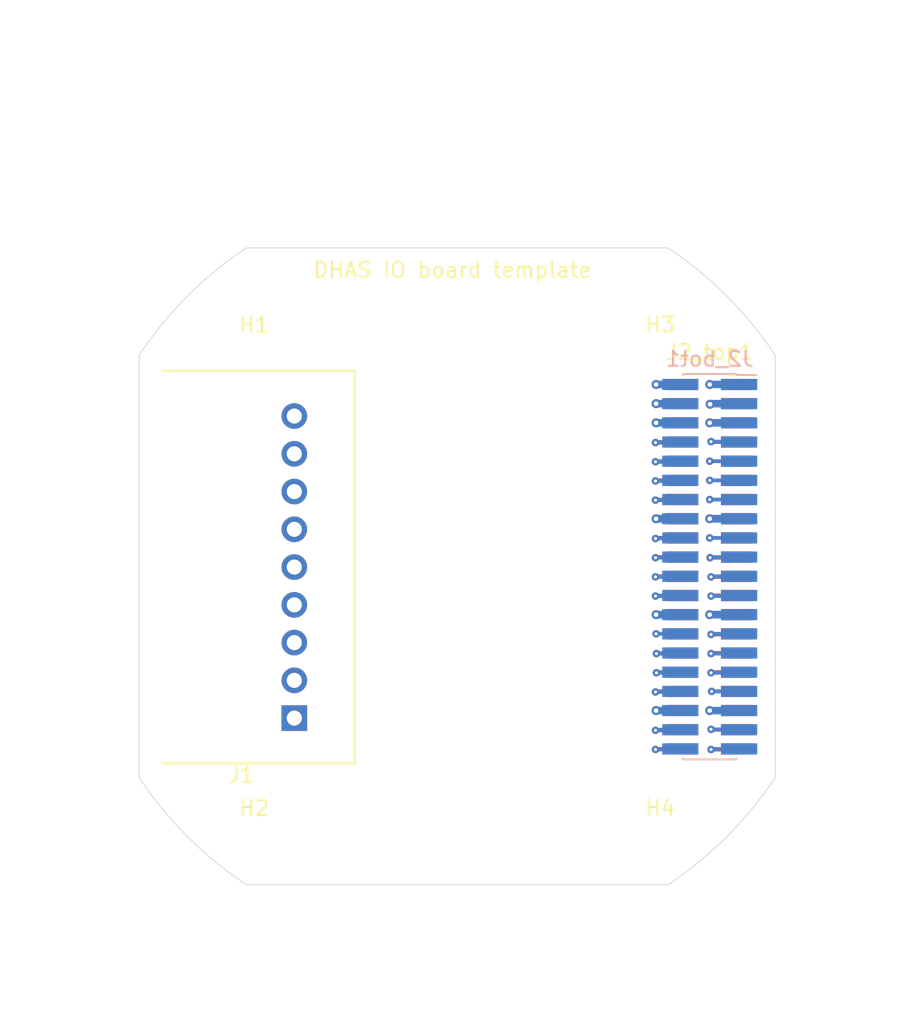
<source format=kicad_pcb>
(kicad_pcb (version 20171130) (host pcbnew 5.1.6)

  (general
    (thickness 1.6)
    (drawings 25)
    (tracks 164)
    (zones 0)
    (modules 7)
    (nets 33)
  )

  (page A4)
  (layers
    (0 F.Cu signal)
    (1 In1.Cu power)
    (2 In2.Cu power)
    (31 B.Cu signal)
    (32 B.Adhes user hide)
    (33 F.Adhes user hide)
    (34 B.Paste user hide)
    (35 F.Paste user hide)
    (36 B.SilkS user hide)
    (37 F.SilkS user)
    (38 B.Mask user hide)
    (39 F.Mask user hide)
    (40 Dwgs.User user)
    (41 Cmts.User user hide)
    (42 Eco1.User user hide)
    (43 Eco2.User user hide)
    (44 Edge.Cuts user)
    (45 Margin user hide)
    (46 B.CrtYd user)
    (47 F.CrtYd user)
    (48 B.Fab user hide)
    (49 F.Fab user hide)
  )

  (setup
    (last_trace_width 0.2)
    (user_trace_width 0.25)
    (user_trace_width 0.3)
    (user_trace_width 0.5)
    (trace_clearance 0.2)
    (zone_clearance 0.25)
    (zone_45_only no)
    (trace_min 0.2)
    (via_size 0.5)
    (via_drill 0.2)
    (via_min_size 0.4)
    (via_min_drill 0.2)
    (user_via 0.6 0.3)
    (uvia_size 0.3)
    (uvia_drill 0.1)
    (uvias_allowed no)
    (uvia_min_size 0.2)
    (uvia_min_drill 0.1)
    (edge_width 0.05)
    (segment_width 0.2)
    (pcb_text_width 0.3)
    (pcb_text_size 1.5 1.5)
    (mod_edge_width 0.12)
    (mod_text_size 1 1)
    (mod_text_width 0.15)
    (pad_size 1.524 1.524)
    (pad_drill 0.762)
    (pad_to_mask_clearance 0.051)
    (solder_mask_min_width 0.25)
    (aux_axis_origin 91.44 66.04)
    (grid_origin 91.44 66.04)
    (visible_elements FFFFFF7F)
    (pcbplotparams
      (layerselection 0x010fc_ffffffff)
      (usegerberextensions false)
      (usegerberattributes true)
      (usegerberadvancedattributes false)
      (creategerberjobfile false)
      (excludeedgelayer true)
      (linewidth 0.150000)
      (plotframeref false)
      (viasonmask false)
      (mode 1)
      (useauxorigin false)
      (hpglpennumber 1)
      (hpglpenspeed 20)
      (hpglpendiameter 15.000000)
      (psnegative false)
      (psa4output false)
      (plotreference true)
      (plotvalue false)
      (plotinvisibletext false)
      (padsonsilk true)
      (subtractmaskfromsilk false)
      (outputformat 1)
      (mirror false)
      (drillshape 0)
      (scaleselection 1)
      (outputdirectory "production/jlcpcb"))
  )

  (net 0 "")
  (net 1 GND)
  (net 2 +3V3)
  (net 3 +5V)
  (net 4 /V12P)
  (net 5 /PIO2_3)
  (net 6 /PIO2_2)
  (net 7 /PIO2_1)
  (net 8 /PIO2_0)
  (net 9 /PIO1_11)
  (net 10 /PIO1_10)
  (net 11 /PIO1_8)
  (net 12 /PIO1_7)
  (net 13 /PIO1_6)
  (net 14 /PIO1_5)
  (net 15 /PIO1_4)
  (net 16 /PIO1_3)
  (net 17 /PIO1_2)
  (net 18 /PIO1_1)
  (net 19 /PIO1_0)
  (net 20 /PIO0_11)
  (net 21 /PIO0_10)
  (net 22 /PIO0_9)
  (net 23 /PIO0_8)
  (net 24 /PIO0_7)
  (net 25 /PIO0_6)
  (net 26 /PIO0_5)
  (net 27 /PIO0_4)
  (net 28 /PIO0_3)
  (net 29 /PIO0_2)
  (net 30 /PIO0_1)
  (net 31 /PIO0_0)
  (net 32 /J2-32)

  (net_class Default "This is the default net class."
    (clearance 0.2)
    (trace_width 0.2)
    (via_dia 0.5)
    (via_drill 0.2)
    (uvia_dia 0.3)
    (uvia_drill 0.1)
    (add_net /J2-32)
    (add_net /PIO0_0)
    (add_net /PIO0_1)
    (add_net /PIO0_10)
    (add_net /PIO0_11)
    (add_net /PIO0_2)
    (add_net /PIO0_3)
    (add_net /PIO0_4)
    (add_net /PIO0_5)
    (add_net /PIO0_6)
    (add_net /PIO0_7)
    (add_net /PIO0_8)
    (add_net /PIO0_9)
    (add_net /PIO1_0)
    (add_net /PIO1_1)
    (add_net /PIO1_10)
    (add_net /PIO1_11)
    (add_net /PIO1_2)
    (add_net /PIO1_3)
    (add_net /PIO1_4)
    (add_net /PIO1_5)
    (add_net /PIO1_6)
    (add_net /PIO1_7)
    (add_net /PIO1_8)
    (add_net /PIO2_0)
    (add_net /PIO2_1)
    (add_net /PIO2_2)
    (add_net /PIO2_3)
  )

  (net_class GND ""
    (clearance 0.2)
    (trace_width 0.5)
    (via_dia 0.6)
    (via_drill 0.3)
    (uvia_dia 0.3)
    (uvia_drill 0.1)
    (add_net GND)
  )

  (net_class Power ""
    (clearance 0.2)
    (trace_width 0.5)
    (via_dia 0.6)
    (via_drill 0.3)
    (uvia_dia 0.3)
    (uvia_drill 0.1)
    (add_net +3V3)
    (add_net +5V)
    (add_net /V12P)
  )

  (module Connector_TE-Connectivity.DHAS:TE_EP2.5_9p_Horizontal (layer F.Cu) (tedit 5EF392BF) (tstamp 5F0E0505)
    (at 80.645 66.0908 180)
    (descr "Through hole angled pin header, 1x09, 2.54mm pitch, 6mm pin length, single row")
    (tags "Through hole angled pin header THT 1x09 2.54mm single row")
    (path /5EEAC523)
    (fp_text reference J1 (at 3.5 -13.75) (layer F.SilkS)
      (effects (font (size 1 1) (thickness 0.15)))
    )
    (fp_text value Conn_01x09_Male (at 4.5 0 90) (layer F.Fab)
      (effects (font (size 1 1) (thickness 0.15)))
    )
    (fp_line (start -1.5 -11) (end -1.5 11) (layer F.CrtYd) (width 0.05))
    (fp_line (start -4 11) (end -4 13) (layer F.CrtYd) (width 0.05))
    (fp_line (start -1.5 11) (end -4 11) (layer F.CrtYd) (width 0.05))
    (fp_line (start -4 11) (end -4 11) (layer F.CrtYd) (width 0.05))
    (fp_line (start -4 -10.75) (end -4 -10.75) (layer F.CrtYd) (width 0.05))
    (fp_line (start -4 -11) (end -1.5 -11) (layer F.CrtYd) (width 0.05))
    (fp_line (start -0.248 -10.162) (end -0.227 -10.194) (layer Dwgs.User) (width 0.2))
    (fp_line (start -0.227 -10.194) (end -0.224 -10.196) (layer Dwgs.User) (width 0.2))
    (fp_line (start 0.342 -0.3) (end 0.401 -0.3) (layer Dwgs.User) (width 0.2))
    (fp_line (start 0.401 -0.3) (end 0.468 -0.3) (layer Dwgs.User) (width 0.2))
    (fp_line (start 0.061 -0.3) (end 0.082 -0.3) (layer Dwgs.User) (width 0.2))
    (fp_line (start 0.082 -0.3) (end 0.133 -0.3) (layer Dwgs.User) (width 0.2))
    (fp_line (start 0.468 -0.3) (end 0.534 -0.3) (layer Dwgs.User) (width 0.2))
    (fp_line (start 0.534 -0.3) (end 0.602 -0.3) (layer Dwgs.User) (width 0.2))
    (fp_line (start 0.133 -0.3) (end 0.169 -0.3) (layer Dwgs.User) (width 0.2))
    (fp_line (start 0.169 -0.3) (end 0.228 -0.3) (layer Dwgs.User) (width 0.2))
    (fp_line (start 0.28 0.3) (end 0.228 0.3) (layer Dwgs.User) (width 0.2))
    (fp_line (start 0.28 0.3) (end 0.342 0.3) (layer Dwgs.User) (width 0.2))
    (fp_line (start 0.017 0.3) (end 0.04 0.3) (layer Dwgs.User) (width 0.2))
    (fp_line (start 0.017 0.3) (end -0.034 0.298) (layer Dwgs.User) (width 0.2))
    (fp_line (start 0.04 0.3) (end 0.061 0.3) (layer Dwgs.User) (width 0.2))
    (fp_line (start 0.342 0.3) (end 0.402 0.3) (layer Dwgs.User) (width 0.2))
    (fp_line (start 0.402 0.3) (end 0.468 0.3) (layer Dwgs.User) (width 0.2))
    (fp_line (start -3.398 12.5) (end 0.602 12.5) (layer Dwgs.User) (width 0.2))
    (fp_line (start -3.398 12.5) (end -3.398 11.5) (layer Dwgs.User) (width 0.2))
    (fp_line (start -3.398 11.5) (end 0.602 11.5) (layer Dwgs.User) (width 0.2))
    (fp_line (start -3.398 -11.5) (end 0.602 -11.5) (layer Dwgs.User) (width 0.2))
    (fp_line (start -3.398 -11.5) (end -3.398 -12.5) (layer Dwgs.User) (width 0.2))
    (fp_line (start -3.398 -12.5) (end 0.602 -12.5) (layer Dwgs.User) (width 0.2))
    (fp_line (start 6.902 12.5) (end 2.102 12.5) (layer Dwgs.User) (width 0.2))
    (fp_line (start 6.902 12.5) (end 9.202 12.5) (layer Dwgs.User) (width 0.2))
    (fp_line (start 0.602 12.5) (end 2.102 12.5) (layer Dwgs.User) (width 0.2))
    (fp_line (start 6.902 12.3) (end 6.902 12.345) (layer Dwgs.User) (width 0.2))
    (fp_line (start 6.902 12.345) (end 6.902 12.387) (layer Dwgs.User) (width 0.2))
    (fp_line (start 6.902 12.387) (end 6.902 12.425) (layer Dwgs.User) (width 0.2))
    (fp_line (start 6.902 12.425) (end 6.902 12.456) (layer Dwgs.User) (width 0.2))
    (fp_line (start 6.902 12.456) (end 6.902 12.48) (layer Dwgs.User) (width 0.2))
    (fp_line (start 6.902 12.48) (end 6.902 12.495) (layer Dwgs.User) (width 0.2))
    (fp_line (start 6.902 12.495) (end 6.902 12.5) (layer Dwgs.User) (width 0.2))
    (fp_line (start 2.102 12.5) (end 2.102 12.495) (layer Dwgs.User) (width 0.2))
    (fp_line (start 2.102 12.495) (end 2.102 12.48) (layer Dwgs.User) (width 0.2))
    (fp_line (start -0.104 -9.719) (end -0.168 -9.753) (layer Dwgs.User) (width 0.2))
    (fp_line (start -0.168 -9.753) (end -0.223 -9.801) (layer Dwgs.User) (width 0.2))
    (fp_line (start -0.223 -9.801) (end -0.264 -9.861) (layer Dwgs.User) (width 0.2))
    (fp_line (start -0.264 -9.861) (end -0.289 -9.928) (layer Dwgs.User) (width 0.2))
    (fp_line (start -0.289 -9.928) (end -0.298 -10) (layer Dwgs.User) (width 0.2))
    (fp_line (start -0.298 -10) (end -0.289 -10.072) (layer Dwgs.User) (width 0.2))
    (fp_line (start -0.289 -10.072) (end -0.264 -10.139) (layer Dwgs.User) (width 0.2))
    (fp_line (start 2.102 -12.456) (end 2.102 -12.48) (layer Dwgs.User) (width 0.2))
    (fp_line (start 2.102 -12.48) (end 2.102 -12.495) (layer Dwgs.User) (width 0.2))
    (fp_line (start 2.102 -12.495) (end 2.102 -12.5) (layer Dwgs.User) (width 0.2))
    (fp_line (start 2.102 -10.35) (end 2.102 -12.3) (layer Dwgs.User) (width 0.2))
    (fp_line (start 2.102 -12.3) (end 2.102 -12.495) (layer Dwgs.User) (width 0.2))
    (fp_line (start 2.102 12.495) (end 2.102 12.3) (layer Dwgs.User) (width 0.2))
    (fp_line (start 2.102 12.3) (end 2.102 10.35) (layer Dwgs.User) (width 0.2))
    (fp_line (start 2.102 -12.5) (end 6.902 -12.5) (layer Dwgs.User) (width 0.2))
    (fp_line (start 6.902 -12.5) (end 6.902 -12.495) (layer Dwgs.User) (width 0.2))
    (fp_line (start -0.264 -2.639) (end -0.289 -2.572) (layer Dwgs.User) (width 0.2))
    (fp_line (start -0.289 -2.572) (end -0.298 -2.5) (layer Dwgs.User) (width 0.2))
    (fp_line (start -0.298 -2.5) (end -0.289 -2.428) (layer Dwgs.User) (width 0.2))
    (fp_line (start -0.289 -2.428) (end -0.264 -2.361) (layer Dwgs.User) (width 0.2))
    (fp_line (start -0.264 -2.361) (end -0.223 -2.301) (layer Dwgs.User) (width 0.2))
    (fp_line (start -0.223 -2.301) (end -0.168 -2.253) (layer Dwgs.User) (width 0.2))
    (fp_line (start -0.168 -2.253) (end -0.104 -2.219) (layer Dwgs.User) (width 0.2))
    (fp_line (start -0.104 -2.219) (end -0.034 -2.202) (layer Dwgs.User) (width 0.2))
    (fp_line (start -0.104 2.219) (end -0.168 2.253) (layer Dwgs.User) (width 0.2))
    (fp_line (start -0.168 2.253) (end -0.223 2.301) (layer Dwgs.User) (width 0.2))
    (fp_line (start -0.223 2.301) (end -0.264 2.361) (layer Dwgs.User) (width 0.2))
    (fp_line (start -0.264 2.361) (end -0.289 2.428) (layer Dwgs.User) (width 0.2))
    (fp_line (start -0.289 2.428) (end -0.298 2.5) (layer Dwgs.User) (width 0.2))
    (fp_line (start -0.298 2.5) (end -0.289 2.572) (layer Dwgs.User) (width 0.2))
    (fp_line (start -0.289 2.572) (end -0.264 2.639) (layer Dwgs.User) (width 0.2))
    (fp_line (start -0.264 2.639) (end -0.223 2.699) (layer Dwgs.User) (width 0.2))
    (fp_line (start 0.061 -7.2) (end 0.04 -7.2) (layer Dwgs.User) (width 0.2))
    (fp_line (start 0.04 -7.2) (end 0.017 -7.202) (layer Dwgs.User) (width 0.2))
    (fp_line (start 0.342 -7.2) (end 0.28 -7.2) (layer Dwgs.User) (width 0.2))
    (fp_line (start 0.28 -7.2) (end 0.228 -7.2) (layer Dwgs.User) (width 0.2))
    (fp_line (start 0.133 -7.2) (end 0.175 -7.2) (layer Dwgs.User) (width 0.2))
    (fp_line (start 0.228 -7.2) (end 0.175 -7.2) (layer Dwgs.User) (width 0.2))
    (fp_line (start -0.231 -0.187) (end -0.241 -0.176) (layer Dwgs.User) (width 0.2))
    (fp_line (start -0.268 -0.127) (end -0.275 -0.114) (layer Dwgs.User) (width 0.2))
    (fp_line (start -0.29 -0.066) (end -0.292 -0.058) (layer Dwgs.User) (width 0.2))
    (fp_line (start -0.275 -0.114) (end -0.284 -0.086) (layer Dwgs.User) (width 0.2))
    (fp_line (start 0.169 9.7) (end 0.133 9.7) (layer Dwgs.User) (width 0.2))
    (fp_line (start 0.093 10.3) (end 0.133 10.3) (layer Dwgs.User) (width 0.2))
    (fp_line (start 0.093 10.3) (end 0.061 10.3) (layer Dwgs.User) (width 0.2))
    (fp_line (start 0.534 10.3) (end 0.602 10.3) (layer Dwgs.User) (width 0.2))
    (fp_line (start 0.534 10.3) (end 0.468 10.3) (layer Dwgs.User) (width 0.2))
    (fp_line (start 0.468 10.3) (end 0.402 10.3) (layer Dwgs.User) (width 0.2))
    (fp_line (start 0.402 10.3) (end 0.342 10.3) (layer Dwgs.User) (width 0.2))
    (fp_line (start 0.061 10.3) (end 0.04 10.3) (layer Dwgs.User) (width 0.2))
    (fp_line (start 0.04 10.3) (end 0.017 10.298) (layer Dwgs.User) (width 0.2))
    (fp_line (start 0.342 10.3) (end 0.28 10.3) (layer Dwgs.User) (width 0.2))
    (fp_line (start 0.28 10.3) (end 0.228 10.3) (layer Dwgs.User) (width 0.2))
    (fp_line (start 0.228 10.3) (end 0.175 10.3) (layer Dwgs.User) (width 0.2))
    (fp_line (start 0.175 10.3) (end 0.133 10.3) (layer Dwgs.User) (width 0.2))
    (fp_line (start 0.082 -5.3) (end 0.133 -5.3) (layer Dwgs.User) (width 0.2))
    (fp_line (start -0.104 9.719) (end -0.168 9.753) (layer Dwgs.User) (width 0.2))
    (fp_line (start -0.168 9.753) (end -0.223 9.801) (layer Dwgs.User) (width 0.2))
    (fp_line (start -0.223 9.801) (end -0.264 9.861) (layer Dwgs.User) (width 0.2))
    (fp_line (start -0.264 9.861) (end -0.289 9.928) (layer Dwgs.User) (width 0.2))
    (fp_line (start -0.289 9.928) (end -0.298 10) (layer Dwgs.User) (width 0.2))
    (fp_line (start -0.298 10) (end -0.289 10.072) (layer Dwgs.User) (width 0.2))
    (fp_line (start -0.289 10.072) (end -0.264 10.139) (layer Dwgs.User) (width 0.2))
    (fp_line (start 0.468 -4.7) (end 0.534 -4.7) (layer Dwgs.User) (width 0.2))
    (fp_line (start 0.402 -4.7) (end 0.342 -4.7) (layer Dwgs.User) (width 0.2))
    (fp_line (start 0.534 -4.7) (end 0.602 -4.7) (layer Dwgs.User) (width 0.2))
    (fp_line (start 0.061 -4.7) (end 0.04 -4.7) (layer Dwgs.User) (width 0.2))
    (fp_line (start 0.04 -4.7) (end 0.017 -4.702) (layer Dwgs.User) (width 0.2))
    (fp_line (start 0.342 -4.7) (end 0.28 -4.7) (layer Dwgs.User) (width 0.2))
    (fp_line (start 0.28 -4.7) (end 0.228 -4.7) (layer Dwgs.User) (width 0.2))
    (fp_line (start 0.133 -4.7) (end 0.175 -4.7) (layer Dwgs.User) (width 0.2))
    (fp_line (start 0.228 -4.7) (end 0.175 -4.7) (layer Dwgs.User) (width 0.2))
    (fp_line (start 0.082 -2.8) (end 0.133 -2.8) (layer Dwgs.User) (width 0.2))
    (fp_line (start 0.082 -2.8) (end 0.061 -2.8) (layer Dwgs.User) (width 0.2))
    (fp_line (start 0.468 -2.8) (end 0.534 -2.8) (layer Dwgs.User) (width 0.2))
    (fp_line (start 0.468 -2.8) (end 0.401 -2.8) (layer Dwgs.User) (width 0.2))
    (fp_line (start 0.401 -2.8) (end 0.342 -2.8) (layer Dwgs.User) (width 0.2))
    (fp_line (start -0.104 -7.219) (end -0.034 -7.202) (layer Dwgs.User) (width 0.2))
    (fp_line (start -0.034 -7.202) (end 0.008 -7.202) (layer Dwgs.User) (width 0.2))
    (fp_line (start -0.034 -7.798) (end -0.104 -7.781) (layer Dwgs.User) (width 0.2))
    (fp_line (start -0.104 -7.781) (end -0.168 -7.747) (layer Dwgs.User) (width 0.2))
    (fp_line (start -0.168 -7.747) (end -0.223 -7.699) (layer Dwgs.User) (width 0.2))
    (fp_line (start -0.223 -7.699) (end -0.264 -7.639) (layer Dwgs.User) (width 0.2))
    (fp_line (start -0.264 -7.639) (end -0.289 -7.572) (layer Dwgs.User) (width 0.2))
    (fp_line (start -0.289 -7.572) (end -0.298 -7.5) (layer Dwgs.User) (width 0.2))
    (fp_line (start 0.602 12.5) (end 0.602 -12.5) (layer Dwgs.User) (width 0.2))
    (fp_line (start -0.034 0.298) (end -0.104 0.281) (layer Dwgs.User) (width 0.2))
    (fp_line (start -0.104 0.281) (end -0.168 0.247) (layer Dwgs.User) (width 0.2))
    (fp_line (start -0.168 0.247) (end -0.223 0.199) (layer Dwgs.User) (width 0.2))
    (fp_line (start -0.223 0.199) (end -0.264 0.139) (layer Dwgs.User) (width 0.2))
    (fp_line (start -0.264 0.139) (end -0.289 0.072) (layer Dwgs.User) (width 0.2))
    (fp_line (start -0.289 0.072) (end -0.298 0) (layer Dwgs.User) (width 0.2))
    (fp_line (start -0.298 0) (end -0.289 -0.072) (layer Dwgs.User) (width 0.2))
    (fp_line (start -0.289 -0.072) (end -0.264 -0.139) (layer Dwgs.User) (width 0.2))
    (fp_line (start -0.264 -0.139) (end -0.223 -0.199) (layer Dwgs.User) (width 0.2))
    (fp_line (start 2.802 4.25) (end 2.802 3.25) (layer Dwgs.User) (width 0.2))
    (fp_line (start 0.602 -12.5) (end 2.102 -12.5) (layer Dwgs.User) (width 0.2))
    (fp_line (start 5.192 1.25) (end 5.192 -1.25) (layer Dwgs.User) (width 0.2))
    (fp_line (start 3.552 1.25) (end 4.152 1.25) (layer Dwgs.User) (width 0.2))
    (fp_line (start 4.152 1.25) (end 5.192 1.25) (layer Dwgs.User) (width 0.2))
    (fp_line (start 3.552 1.25) (end 3.552 -1.25) (layer Dwgs.User) (width 0.2))
    (fp_line (start 4.152 -1.25) (end 5.192 -1.25) (layer Dwgs.User) (width 0.2))
    (fp_line (start 3.552 -1.25) (end 4.152 -1.25) (layer Dwgs.User) (width 0.2))
    (fp_line (start 4.152 1.25) (end 4.152 -1.25) (layer Dwgs.User) (width 0.2))
    (fp_line (start -0.289 -4.928) (end -0.264 -4.861) (layer Dwgs.User) (width 0.2))
    (fp_line (start -0.264 -4.861) (end -0.223 -4.801) (layer Dwgs.User) (width 0.2))
    (fp_line (start -0.223 -4.801) (end -0.168 -4.753) (layer Dwgs.User) (width 0.2))
    (fp_line (start -0.168 -4.753) (end -0.104 -4.719) (layer Dwgs.User) (width 0.2))
    (fp_line (start -0.104 -4.719) (end -0.034 -4.702) (layer Dwgs.User) (width 0.2))
    (fp_line (start -0.034 -4.702) (end 0.008 -4.702) (layer Dwgs.User) (width 0.2))
    (fp_line (start -0.034 9.702) (end -0.104 9.719) (layer Dwgs.User) (width 0.2))
    (fp_line (start -0.223 2.699) (end -0.168 2.747) (layer Dwgs.User) (width 0.2))
    (fp_line (start -0.168 2.747) (end -0.104 2.781) (layer Dwgs.User) (width 0.2))
    (fp_line (start -0.104 2.781) (end -0.034 2.798) (layer Dwgs.User) (width 0.2))
    (fp_line (start -0.034 2.798) (end 0.008 2.798) (layer Dwgs.User) (width 0.2))
    (fp_line (start -0.034 -2.798) (end -0.104 -2.781) (layer Dwgs.User) (width 0.2))
    (fp_line (start -0.104 -2.781) (end -0.168 -2.747) (layer Dwgs.User) (width 0.2))
    (fp_line (start -0.168 -2.747) (end -0.223 -2.699) (layer Dwgs.User) (width 0.2))
    (fp_line (start -0.223 -2.699) (end -0.264 -2.639) (layer Dwgs.User) (width 0.2))
    (fp_line (start 0.342 -7.8) (end 0.277 -7.8) (layer Dwgs.User) (width 0.2))
    (fp_line (start 0.277 -7.8) (end 0.228 -7.8) (layer Dwgs.User) (width 0.2))
    (fp_line (start 0.01 -7.801) (end -0.034 -7.798) (layer Dwgs.User) (width 0.2))
    (fp_line (start 0.228 -7.8) (end 0.169 -7.8) (layer Dwgs.User) (width 0.2))
    (fp_line (start 0.169 -7.8) (end 0.133 -7.8) (layer Dwgs.User) (width 0.2))
    (fp_line (start 0.093 -7.2) (end 0.133 -7.2) (layer Dwgs.User) (width 0.2))
    (fp_line (start 0.093 -7.2) (end 0.061 -7.2) (layer Dwgs.User) (width 0.2))
    (fp_line (start 0.468 -7.2) (end 0.402 -7.2) (layer Dwgs.User) (width 0.2))
    (fp_line (start 0.468 -7.2) (end 0.534 -7.2) (layer Dwgs.User) (width 0.2))
    (fp_line (start 0.402 -7.2) (end 0.342 -7.2) (layer Dwgs.User) (width 0.2))
    (fp_line (start 0.534 -7.2) (end 0.602 -7.2) (layer Dwgs.User) (width 0.2))
    (fp_line (start 0.534 -2.8) (end 0.602 -2.8) (layer Dwgs.User) (width 0.2))
    (fp_line (start 0.061 -2.8) (end 0.018 -2.802) (layer Dwgs.User) (width 0.2))
    (fp_line (start 0.342 -2.8) (end 0.277 -2.8) (layer Dwgs.User) (width 0.2))
    (fp_line (start 0.277 -2.8) (end 0.228 -2.8) (layer Dwgs.User) (width 0.2))
    (fp_line (start 0.01 -2.801) (end -0.034 -2.798) (layer Dwgs.User) (width 0.2))
    (fp_line (start 0.228 -2.8) (end 0.169 -2.8) (layer Dwgs.User) (width 0.2))
    (fp_line (start 0.169 -2.8) (end 0.133 -2.8) (layer Dwgs.User) (width 0.2))
    (fp_line (start 0.093 -2.2) (end 0.133 -2.2) (layer Dwgs.User) (width 0.2))
    (fp_line (start 0.093 -2.2) (end 0.061 -2.2) (layer Dwgs.User) (width 0.2))
    (fp_line (start 0.468 -2.2) (end 0.402 -2.2) (layer Dwgs.User) (width 0.2))
    (fp_line (start 0.468 -2.2) (end 0.534 -2.2) (layer Dwgs.User) (width 0.2))
    (fp_line (start 0.402 -2.2) (end 0.342 -2.2) (layer Dwgs.User) (width 0.2))
    (fp_line (start 0.534 -2.2) (end 0.602 -2.2) (layer Dwgs.User) (width 0.2))
    (fp_line (start 0.061 -2.2) (end 0.04 -2.2) (layer Dwgs.User) (width 0.2))
    (fp_line (start 0.228 4.7) (end 0.169 4.7) (layer Dwgs.User) (width 0.2))
    (fp_line (start 0.169 4.7) (end 0.133 4.7) (layer Dwgs.User) (width 0.2))
    (fp_line (start 0.093 5.3) (end 0.133 5.3) (layer Dwgs.User) (width 0.2))
    (fp_line (start 0.093 5.3) (end 0.061 5.3) (layer Dwgs.User) (width 0.2))
    (fp_line (start 0.468 5.3) (end 0.402 5.3) (layer Dwgs.User) (width 0.2))
    (fp_line (start 0.468 5.3) (end 0.534 5.3) (layer Dwgs.User) (width 0.2))
    (fp_line (start 0.402 5.3) (end 0.342 5.3) (layer Dwgs.User) (width 0.2))
    (fp_line (start 0.534 5.3) (end 0.602 5.3) (layer Dwgs.User) (width 0.2))
    (fp_line (start 0.061 5.3) (end 0.04 5.3) (layer Dwgs.User) (width 0.2))
    (fp_line (start 0.04 5.3) (end 0.017 5.298) (layer Dwgs.User) (width 0.2))
    (fp_line (start 0.342 5.3) (end 0.28 5.3) (layer Dwgs.User) (width 0.2))
    (fp_line (start 0.28 5.3) (end 0.228 5.3) (layer Dwgs.User) (width 0.2))
    (fp_line (start 0.04 -2.2) (end 0.017 -2.202) (layer Dwgs.User) (width 0.2))
    (fp_line (start 0.342 -2.2) (end 0.28 -2.2) (layer Dwgs.User) (width 0.2))
    (fp_line (start 0.28 -2.2) (end 0.228 -2.2) (layer Dwgs.User) (width 0.2))
    (fp_line (start 0.133 -2.2) (end 0.175 -2.2) (layer Dwgs.User) (width 0.2))
    (fp_line (start 0.228 -2.2) (end 0.175 -2.2) (layer Dwgs.User) (width 0.2))
    (fp_line (start 0.082 2.2) (end 0.133 2.2) (layer Dwgs.User) (width 0.2))
    (fp_line (start 0.082 2.2) (end 0.061 2.2) (layer Dwgs.User) (width 0.2))
    (fp_line (start 0.468 2.2) (end 0.534 2.2) (layer Dwgs.User) (width 0.2))
    (fp_line (start 0.468 2.2) (end 0.401 2.2) (layer Dwgs.User) (width 0.2))
    (fp_line (start 0.401 2.2) (end 0.342 2.2) (layer Dwgs.User) (width 0.2))
    (fp_line (start 0.534 2.2) (end 0.602 2.2) (layer Dwgs.User) (width 0.2))
    (fp_line (start 0.061 2.2) (end 0.018 2.198) (layer Dwgs.User) (width 0.2))
    (fp_line (start 0.342 2.2) (end 0.277 2.2) (layer Dwgs.User) (width 0.2))
    (fp_line (start 0.277 2.2) (end 0.228 2.2) (layer Dwgs.User) (width 0.2))
    (fp_line (start -0.104 7.781) (end -0.034 7.798) (layer Dwgs.User) (width 0.2))
    (fp_line (start -0.034 7.798) (end 0.008 7.798) (layer Dwgs.User) (width 0.2))
    (fp_line (start -0.034 4.702) (end -0.104 4.719) (layer Dwgs.User) (width 0.2))
    (fp_line (start -0.104 4.719) (end -0.168 4.753) (layer Dwgs.User) (width 0.2))
    (fp_line (start -0.168 4.753) (end -0.223 4.801) (layer Dwgs.User) (width 0.2))
    (fp_line (start -0.223 4.801) (end -0.264 4.861) (layer Dwgs.User) (width 0.2))
    (fp_line (start -0.264 4.861) (end -0.289 4.928) (layer Dwgs.User) (width 0.2))
    (fp_line (start -0.289 4.928) (end -0.298 5) (layer Dwgs.User) (width 0.2))
    (fp_line (start 0.01 -10.301) (end -0.034 -10.298) (layer Dwgs.User) (width 0.2))
    (fp_line (start 0.133 -10.3) (end 0.169 -10.3) (layer Dwgs.User) (width 0.2))
    (fp_line (start 0.228 -10.3) (end 0.169 -10.3) (layer Dwgs.User) (width 0.2))
    (fp_line (start 0.082 9.7) (end 0.133 9.7) (layer Dwgs.User) (width 0.2))
    (fp_line (start 0.082 9.7) (end 0.061 9.7) (layer Dwgs.User) (width 0.2))
    (fp_line (start 0.534 9.7) (end 0.602 9.7) (layer Dwgs.User) (width 0.2))
    (fp_line (start 0.534 9.7) (end 0.468 9.7) (layer Dwgs.User) (width 0.2))
    (fp_line (start 0.468 9.7) (end 0.401 9.7) (layer Dwgs.User) (width 0.2))
    (fp_line (start 0.401 9.7) (end 0.342 9.7) (layer Dwgs.User) (width 0.2))
    (fp_line (start 0.061 9.7) (end 0.018 9.698) (layer Dwgs.User) (width 0.2))
    (fp_line (start 0.342 9.7) (end 0.277 9.7) (layer Dwgs.User) (width 0.2))
    (fp_line (start 0.277 9.7) (end 0.228 9.7) (layer Dwgs.User) (width 0.2))
    (fp_line (start 0.01 9.699) (end -0.034 9.702) (layer Dwgs.User) (width 0.2))
    (fp_line (start 0.228 9.7) (end 0.169 9.7) (layer Dwgs.User) (width 0.2))
    (fp_line (start 0.082 -5.3) (end 0.061 -5.3) (layer Dwgs.User) (width 0.2))
    (fp_line (start 0.468 -5.3) (end 0.534 -5.3) (layer Dwgs.User) (width 0.2))
    (fp_line (start 0.468 -5.3) (end 0.401 -5.3) (layer Dwgs.User) (width 0.2))
    (fp_line (start 0.401 -5.3) (end 0.342 -5.3) (layer Dwgs.User) (width 0.2))
    (fp_line (start 0.534 -5.3) (end 0.602 -5.3) (layer Dwgs.User) (width 0.2))
    (fp_line (start 0.061 -5.3) (end 0.018 -5.302) (layer Dwgs.User) (width 0.2))
    (fp_line (start 0.342 -5.3) (end 0.277 -5.3) (layer Dwgs.User) (width 0.2))
    (fp_line (start 0.277 -5.3) (end 0.228 -5.3) (layer Dwgs.User) (width 0.2))
    (fp_line (start 0.01 -5.301) (end -0.034 -5.298) (layer Dwgs.User) (width 0.2))
    (fp_line (start 0.228 -5.3) (end 0.169 -5.3) (layer Dwgs.User) (width 0.2))
    (fp_line (start 0.169 -5.3) (end 0.133 -5.3) (layer Dwgs.User) (width 0.2))
    (fp_line (start 0.093 -4.7) (end 0.133 -4.7) (layer Dwgs.User) (width 0.2))
    (fp_line (start 0.093 -4.7) (end 0.061 -4.7) (layer Dwgs.User) (width 0.2))
    (fp_line (start 0.468 -4.7) (end 0.402 -4.7) (layer Dwgs.User) (width 0.2))
    (fp_line (start 0.01 2.199) (end -0.034 2.202) (layer Dwgs.User) (width 0.2))
    (fp_line (start 0.228 2.2) (end 0.169 2.2) (layer Dwgs.User) (width 0.2))
    (fp_line (start 0.169 2.2) (end 0.133 2.2) (layer Dwgs.User) (width 0.2))
    (fp_line (start 0.093 2.8) (end 0.133 2.8) (layer Dwgs.User) (width 0.2))
    (fp_line (start 0.093 2.8) (end 0.061 2.8) (layer Dwgs.User) (width 0.2))
    (fp_line (start 0.468 2.8) (end 0.402 2.8) (layer Dwgs.User) (width 0.2))
    (fp_line (start 0.468 2.8) (end 0.534 2.8) (layer Dwgs.User) (width 0.2))
    (fp_line (start 0.402 2.8) (end 0.342 2.8) (layer Dwgs.User) (width 0.2))
    (fp_line (start 0.534 2.8) (end 0.602 2.8) (layer Dwgs.User) (width 0.2))
    (fp_line (start 0.061 2.8) (end 0.04 2.8) (layer Dwgs.User) (width 0.2))
    (fp_line (start 0.04 2.8) (end 0.017 2.798) (layer Dwgs.User) (width 0.2))
    (fp_line (start 0.342 2.8) (end 0.28 2.8) (layer Dwgs.User) (width 0.2))
    (fp_line (start 0.28 2.8) (end 0.228 2.8) (layer Dwgs.User) (width 0.2))
    (fp_line (start 6.902 11.665) (end 8.902 11.665) (layer Dwgs.User) (width 0.2))
    (fp_line (start 8.902 -11.665) (end 8.902 11.665) (layer Dwgs.User) (width 0.2))
    (fp_line (start 8.902 -11.665) (end 6.902 -11.665) (layer Dwgs.User) (width 0.2))
    (fp_line (start 9.202 11.965) (end 8.902 11.665) (layer Dwgs.User) (width 0.2))
    (fp_line (start 8.902 -11.665) (end 9.202 -11.965) (layer Dwgs.User) (width 0.2))
    (fp_line (start -0.398 11.5) (end -0.398 -11.5) (layer Dwgs.User) (width 0.2))
    (fp_line (start 0.029 7.202) (end -0.018 7.202) (layer Dwgs.User) (width 0.2))
    (fp_line (start 0.029 4.702) (end -0.018 4.702) (layer Dwgs.User) (width 0.2))
    (fp_line (start 0.029 2.202) (end -0.018 2.202) (layer Dwgs.User) (width 0.2))
    (fp_line (start 0.04 -9.7) (end 0.017 -9.702) (layer Dwgs.User) (width 0.2))
    (fp_line (start 0.342 -9.7) (end 0.28 -9.7) (layer Dwgs.User) (width 0.2))
    (fp_line (start 0.28 -9.7) (end 0.228 -9.7) (layer Dwgs.User) (width 0.2))
    (fp_line (start 0.228 -9.7) (end 0.175 -9.7) (layer Dwgs.User) (width 0.2))
    (fp_line (start 0.175 -9.7) (end 0.133 -9.7) (layer Dwgs.User) (width 0.2))
    (fp_line (start 0.082 -10.3) (end 0.061 -10.3) (layer Dwgs.User) (width 0.2))
    (fp_line (start 0.082 -10.3) (end 0.133 -10.3) (layer Dwgs.User) (width 0.2))
    (fp_line (start 0.534 -10.3) (end 0.468 -10.3) (layer Dwgs.User) (width 0.2))
    (fp_line (start 0.534 -10.3) (end 0.602 -10.3) (layer Dwgs.User) (width 0.2))
    (fp_line (start 0.468 -10.3) (end 0.401 -10.3) (layer Dwgs.User) (width 0.2))
    (fp_line (start 0.401 -10.3) (end 0.342 -10.3) (layer Dwgs.User) (width 0.2))
    (fp_line (start 0.061 -10.3) (end 0.018 -10.302) (layer Dwgs.User) (width 0.2))
    (fp_line (start 0.342 -10.3) (end 0.277 -10.3) (layer Dwgs.User) (width 0.2))
    (fp_line (start 0.277 -10.3) (end 0.228 -10.3) (layer Dwgs.User) (width 0.2))
    (fp_line (start -0.298 5) (end -0.289 5.072) (layer Dwgs.User) (width 0.2))
    (fp_line (start -0.289 5.072) (end -0.264 5.139) (layer Dwgs.User) (width 0.2))
    (fp_line (start -0.264 5.139) (end -0.223 5.199) (layer Dwgs.User) (width 0.2))
    (fp_line (start -0.223 5.199) (end -0.168 5.247) (layer Dwgs.User) (width 0.2))
    (fp_line (start -0.168 5.247) (end -0.104 5.281) (layer Dwgs.User) (width 0.2))
    (fp_line (start -0.104 5.281) (end -0.034 5.298) (layer Dwgs.User) (width 0.2))
    (fp_line (start -0.034 5.298) (end 0.008 5.298) (layer Dwgs.User) (width 0.2))
    (fp_line (start -0.034 2.202) (end -0.104 2.219) (layer Dwgs.User) (width 0.2))
    (fp_line (start 6.902 -12.495) (end 6.902 -12.48) (layer Dwgs.User) (width 0.2))
    (fp_line (start 6.902 -12.48) (end 6.902 -12.456) (layer Dwgs.User) (width 0.2))
    (fp_line (start 6.902 -12.456) (end 6.902 -12.425) (layer Dwgs.User) (width 0.2))
    (fp_line (start 6.902 -12.425) (end 6.902 -12.387) (layer Dwgs.User) (width 0.2))
    (fp_line (start 6.902 -12.387) (end 6.902 -12.345) (layer Dwgs.User) (width 0.2))
    (fp_line (start 6.902 -12.345) (end 6.902 -12.3) (layer Dwgs.User) (width 0.2))
    (fp_line (start 6.902 12.495) (end 6.902 12.3) (layer Dwgs.User) (width 0.2))
    (fp_line (start 6.902 12.3) (end 6.902 10.35) (layer Dwgs.User) (width 0.2))
    (fp_line (start 6.902 10.35) (end 6.902 4.75) (layer Dwgs.User) (width 0.2))
    (fp_line (start -0.624 0.116) (end -0.614 0.139) (layer Dwgs.User) (width 0.2))
    (fp_line (start -0.624 0.116) (end -0.639 0.072) (layer Dwgs.User) (width 0.2))
    (fp_line (start -0.639 0.072) (end -0.647 0.027) (layer Dwgs.User) (width 0.2))
    (fp_line (start -0.647 0.027) (end -0.648 0) (layer Dwgs.User) (width 0.2))
    (fp_line (start -0.614 0.139) (end -0.588 0.18) (layer Dwgs.User) (width 0.2))
    (fp_line (start -0.588 0.18) (end -0.573 0.199) (layer Dwgs.User) (width 0.2))
    (fp_line (start -0.573 0.199) (end -0.536 0.233) (layer Dwgs.User) (width 0.2))
    (fp_line (start -0.536 0.233) (end -0.518 0.247) (layer Dwgs.User) (width 0.2))
    (fp_line (start -0.518 0.247) (end -0.472 0.273) (layer Dwgs.User) (width 0.2))
    (fp_line (start -0.472 0.273) (end -0.454 0.281) (layer Dwgs.User) (width 0.2))
    (fp_line (start -0.398 0.295) (end -0.454 0.281) (layer Dwgs.User) (width 0.2))
    (fp_line (start -0.409 -0.293) (end -0.454 -0.281) (layer Dwgs.User) (width 0.2))
    (fp_line (start 0.342 7.8) (end 0.28 7.8) (layer Dwgs.User) (width 0.2))
    (fp_line (start 0.28 7.8) (end 0.228 7.8) (layer Dwgs.User) (width 0.2))
    (fp_line (start 0.228 7.8) (end 0.175 7.8) (layer Dwgs.User) (width 0.2))
    (fp_line (start 0.175 7.8) (end 0.133 7.8) (layer Dwgs.User) (width 0.2))
    (fp_line (start 0.082 -7.8) (end 0.133 -7.8) (layer Dwgs.User) (width 0.2))
    (fp_line (start 0.082 -7.8) (end 0.061 -7.8) (layer Dwgs.User) (width 0.2))
    (fp_line (start 0.468 -7.8) (end 0.534 -7.8) (layer Dwgs.User) (width 0.2))
    (fp_line (start 0.468 -7.8) (end 0.401 -7.8) (layer Dwgs.User) (width 0.2))
    (fp_line (start 0.401 -7.8) (end 0.342 -7.8) (layer Dwgs.User) (width 0.2))
    (fp_line (start 0.534 -7.8) (end 0.602 -7.8) (layer Dwgs.User) (width 0.2))
    (fp_line (start 0.061 -7.8) (end 0.018 -7.802) (layer Dwgs.User) (width 0.2))
    (fp_line (start 0.133 2.8) (end 0.175 2.8) (layer Dwgs.User) (width 0.2))
    (fp_line (start 0.228 2.8) (end 0.175 2.8) (layer Dwgs.User) (width 0.2))
    (fp_line (start 0.082 4.7) (end 0.133 4.7) (layer Dwgs.User) (width 0.2))
    (fp_line (start 0.082 4.7) (end 0.061 4.7) (layer Dwgs.User) (width 0.2))
    (fp_line (start 0.468 4.7) (end 0.534 4.7) (layer Dwgs.User) (width 0.2))
    (fp_line (start 0.468 4.7) (end 0.401 4.7) (layer Dwgs.User) (width 0.2))
    (fp_line (start 0.401 4.7) (end 0.342 4.7) (layer Dwgs.User) (width 0.2))
    (fp_line (start 0.534 4.7) (end 0.602 4.7) (layer Dwgs.User) (width 0.2))
    (fp_line (start 0.061 4.7) (end 0.018 4.698) (layer Dwgs.User) (width 0.2))
    (fp_line (start 0.342 4.7) (end 0.277 4.7) (layer Dwgs.User) (width 0.2))
    (fp_line (start 0.277 4.7) (end 0.228 4.7) (layer Dwgs.User) (width 0.2))
    (fp_line (start 0.01 4.699) (end -0.034 4.702) (layer Dwgs.User) (width 0.2))
    (fp_line (start 2.102 12.48) (end 2.102 12.456) (layer Dwgs.User) (width 0.2))
    (fp_line (start 2.102 12.456) (end 2.102 12.425) (layer Dwgs.User) (width 0.2))
    (fp_line (start 2.102 12.425) (end 2.102 12.387) (layer Dwgs.User) (width 0.2))
    (fp_line (start 2.102 12.387) (end 2.102 12.345) (layer Dwgs.User) (width 0.2))
    (fp_line (start 2.102 12.345) (end 2.102 12.3) (layer Dwgs.User) (width 0.2))
    (fp_line (start 2.102 -12.3) (end 2.102 -12.345) (layer Dwgs.User) (width 0.2))
    (fp_line (start 2.102 -12.345) (end 2.102 -12.387) (layer Dwgs.User) (width 0.2))
    (fp_line (start 2.102 -12.387) (end 2.102 -12.425) (layer Dwgs.User) (width 0.2))
    (fp_line (start 2.102 -12.425) (end 2.102 -12.456) (layer Dwgs.User) (width 0.2))
    (fp_line (start -0.223 -0.199) (end -0.168 -0.247) (layer Dwgs.User) (width 0.2))
    (fp_line (start -0.168 -0.247) (end -0.104 -0.281) (layer Dwgs.User) (width 0.2))
    (fp_line (start -0.104 -0.281) (end -0.034 -0.298) (layer Dwgs.User) (width 0.2))
    (fp_line (start -0.034 -0.298) (end -0.014 -0.298) (layer Dwgs.User) (width 0.2))
    (fp_line (start -0.298 -7.5) (end -0.289 -7.428) (layer Dwgs.User) (width 0.2))
    (fp_line (start -0.289 -7.428) (end -0.264 -7.361) (layer Dwgs.User) (width 0.2))
    (fp_line (start -0.264 -7.361) (end -0.223 -7.301) (layer Dwgs.User) (width 0.2))
    (fp_line (start -0.223 -7.301) (end -0.168 -7.253) (layer Dwgs.User) (width 0.2))
    (fp_line (start -0.168 -7.253) (end -0.104 -7.219) (layer Dwgs.User) (width 0.2))
    (fp_line (start -0.264 10.139) (end -0.223 10.199) (layer Dwgs.User) (width 0.2))
    (fp_line (start -0.223 10.199) (end -0.168 10.247) (layer Dwgs.User) (width 0.2))
    (fp_line (start -0.168 10.247) (end -0.104 10.281) (layer Dwgs.User) (width 0.2))
    (fp_line (start -0.104 10.281) (end -0.034 10.298) (layer Dwgs.User) (width 0.2))
    (fp_line (start -0.034 10.298) (end 0.008 10.298) (layer Dwgs.User) (width 0.2))
    (fp_line (start 0.008 -9.702) (end -0.034 -9.702) (layer Dwgs.User) (width 0.2))
    (fp_line (start -0.034 -9.702) (end -0.104 -9.719) (layer Dwgs.User) (width 0.2))
    (fp_line (start 6.902 4.75) (end 6.902 2.75) (layer Dwgs.User) (width 0.2))
    (fp_line (start 6.902 2.75) (end 6.902 -2.75) (layer Dwgs.User) (width 0.2))
    (fp_line (start 6.902 -2.75) (end 6.902 -4.75) (layer Dwgs.User) (width 0.2))
    (fp_line (start 6.902 -4.75) (end 6.902 -10.35) (layer Dwgs.User) (width 0.2))
    (fp_line (start 6.902 -10.35) (end 6.902 -12.3) (layer Dwgs.User) (width 0.2))
    (fp_line (start 6.902 -12.3) (end 6.902 -12.495) (layer Dwgs.User) (width 0.2))
    (fp_line (start 2.102 -3.25) (end 5.212 -3.25) (layer Dwgs.User) (width 0.2))
    (fp_line (start 2.102 -4.25) (end 5.212 -4.25) (layer Dwgs.User) (width 0.2))
    (fp_line (start 2.802 -3.25) (end 2.802 -4.25) (layer Dwgs.User) (width 0.2))
    (fp_line (start -0.223 7.301) (end -0.264 7.361) (layer Dwgs.User) (width 0.2))
    (fp_line (start -0.264 7.361) (end -0.289 7.428) (layer Dwgs.User) (width 0.2))
    (fp_line (start -0.289 7.428) (end -0.298 7.5) (layer Dwgs.User) (width 0.2))
    (fp_line (start -0.298 7.5) (end -0.289 7.572) (layer Dwgs.User) (width 0.2))
    (fp_line (start -0.289 7.572) (end -0.264 7.639) (layer Dwgs.User) (width 0.2))
    (fp_line (start -0.264 7.639) (end -0.223 7.699) (layer Dwgs.User) (width 0.2))
    (fp_line (start -0.223 7.699) (end -0.168 7.747) (layer Dwgs.User) (width 0.2))
    (fp_line (start -0.168 7.747) (end -0.104 7.781) (layer Dwgs.User) (width 0.2))
    (fp_line (start 0.133 5.3) (end 0.175 5.3) (layer Dwgs.User) (width 0.2))
    (fp_line (start 0.228 5.3) (end 0.175 5.3) (layer Dwgs.User) (width 0.2))
    (fp_line (start 0.082 7.2) (end 0.133 7.2) (layer Dwgs.User) (width 0.2))
    (fp_line (start 0.082 7.2) (end 0.061 7.2) (layer Dwgs.User) (width 0.2))
    (fp_line (start 0.534 7.2) (end 0.602 7.2) (layer Dwgs.User) (width 0.2))
    (fp_line (start 0.534 7.2) (end 0.468 7.2) (layer Dwgs.User) (width 0.2))
    (fp_line (start 0.468 7.2) (end 0.401 7.2) (layer Dwgs.User) (width 0.2))
    (fp_line (start 0.401 7.2) (end 0.342 7.2) (layer Dwgs.User) (width 0.2))
    (fp_line (start 0.061 7.2) (end 0.018 7.198) (layer Dwgs.User) (width 0.2))
    (fp_line (start 0.342 7.2) (end 0.277 7.2) (layer Dwgs.User) (width 0.2))
    (fp_line (start 0.277 7.2) (end 0.228 7.2) (layer Dwgs.User) (width 0.2))
    (fp_line (start 2.102 4.25) (end 5.212 4.25) (layer Dwgs.User) (width 0.2))
    (fp_line (start 2.102 3.25) (end 5.212 3.25) (layer Dwgs.User) (width 0.2))
    (fp_line (start 2.102 4.25) (end 2.102 4.75) (layer Dwgs.User) (width 0.2))
    (fp_line (start 2.102 2.75) (end 2.102 3.25) (layer Dwgs.User) (width 0.2))
    (fp_line (start 5.212 -3.25) (end 5.212 -4.25) (layer Dwgs.User) (width 0.2))
    (fp_line (start 2.102 -4.75) (end 2.102 -4.25) (layer Dwgs.User) (width 0.2))
    (fp_line (start 6.902 -4.75) (end 2.102 -4.75) (layer Dwgs.User) (width 0.2))
    (fp_line (start 2.102 -2.75) (end 6.902 -2.75) (layer Dwgs.User) (width 0.2))
    (fp_line (start 2.102 -3.25) (end 2.102 -2.75) (layer Dwgs.User) (width 0.2))
    (fp_line (start -0.264 -10.139) (end -0.223 -10.199) (layer Dwgs.User) (width 0.2))
    (fp_line (start -0.223 -10.199) (end -0.168 -10.247) (layer Dwgs.User) (width 0.2))
    (fp_line (start -0.168 -10.247) (end -0.104 -10.281) (layer Dwgs.User) (width 0.2))
    (fp_line (start -0.104 -10.281) (end -0.034 -10.298) (layer Dwgs.User) (width 0.2))
    (fp_line (start -0.231 9.813) (end -0.241 9.824) (layer Dwgs.User) (width 0.2))
    (fp_line (start 0.029 -2.798) (end -0.018 -2.798) (layer Dwgs.User) (width 0.2))
    (fp_line (start 0.029 -5.298) (end -0.018 -5.298) (layer Dwgs.User) (width 0.2))
    (fp_line (start 0.029 -7.798) (end -0.018 -7.798) (layer Dwgs.User) (width 0.2))
    (fp_line (start 0.029 9.702) (end -0.018 9.702) (layer Dwgs.User) (width 0.2))
    (fp_line (start -0.018 -10.298) (end 0.029 -10.298) (layer Dwgs.User) (width 0.2))
    (fp_line (start -0.034 -0.298) (end -0.011 -0.298) (layer Dwgs.User) (width 0.2))
    (fp_line (start -0.034 7.202) (end -0.104 7.219) (layer Dwgs.User) (width 0.2))
    (fp_line (start -0.104 7.219) (end -0.168 7.253) (layer Dwgs.User) (width 0.2))
    (fp_line (start -0.168 7.253) (end -0.223 7.301) (layer Dwgs.User) (width 0.2))
    (fp_line (start -0.034 -2.202) (end 0.008 -2.202) (layer Dwgs.User) (width 0.2))
    (fp_line (start -0.034 -5.298) (end -0.104 -5.281) (layer Dwgs.User) (width 0.2))
    (fp_line (start -0.104 -5.281) (end -0.168 -5.247) (layer Dwgs.User) (width 0.2))
    (fp_line (start -0.168 -5.247) (end -0.223 -5.199) (layer Dwgs.User) (width 0.2))
    (fp_line (start -0.223 -5.199) (end -0.264 -5.139) (layer Dwgs.User) (width 0.2))
    (fp_line (start -0.264 -5.139) (end -0.289 -5.072) (layer Dwgs.User) (width 0.2))
    (fp_line (start -0.289 -5.072) (end -0.298 -5) (layer Dwgs.User) (width 0.2))
    (fp_line (start -0.298 -5) (end -0.289 -4.928) (layer Dwgs.User) (width 0.2))
    (fp_line (start 0.061 0.3) (end 0.093 0.3) (layer Dwgs.User) (width 0.2))
    (fp_line (start 0.093 0.3) (end 0.133 0.3) (layer Dwgs.User) (width 0.2))
    (fp_line (start 0.468 0.3) (end 0.534 0.3) (layer Dwgs.User) (width 0.2))
    (fp_line (start 0.534 0.3) (end 0.602 0.3) (layer Dwgs.User) (width 0.2))
    (fp_line (start 0.133 0.3) (end 0.175 0.3) (layer Dwgs.User) (width 0.2))
    (fp_line (start 0.175 0.3) (end 0.228 0.3) (layer Dwgs.User) (width 0.2))
    (fp_line (start 0.321 10.3) (end 0.306 10.3) (layer Dwgs.User) (width 0.2))
    (fp_line (start 0.093 -9.7) (end 0.133 -9.7) (layer Dwgs.User) (width 0.2))
    (fp_line (start 0.093 -9.7) (end 0.061 -9.7) (layer Dwgs.User) (width 0.2))
    (fp_line (start 0.468 -9.7) (end 0.402 -9.7) (layer Dwgs.User) (width 0.2))
    (fp_line (start 0.468 -9.7) (end 0.534 -9.7) (layer Dwgs.User) (width 0.2))
    (fp_line (start 0.402 -9.7) (end 0.342 -9.7) (layer Dwgs.User) (width 0.2))
    (fp_line (start 0.534 -9.7) (end 0.602 -9.7) (layer Dwgs.User) (width 0.2))
    (fp_line (start 0.061 -9.7) (end 0.04 -9.7) (layer Dwgs.User) (width 0.2))
    (fp_line (start 0.01 7.199) (end -0.034 7.202) (layer Dwgs.User) (width 0.2))
    (fp_line (start 0.228 7.2) (end 0.169 7.2) (layer Dwgs.User) (width 0.2))
    (fp_line (start 0.169 7.2) (end 0.133 7.2) (layer Dwgs.User) (width 0.2))
    (fp_line (start 0.093 7.8) (end 0.133 7.8) (layer Dwgs.User) (width 0.2))
    (fp_line (start 0.093 7.8) (end 0.061 7.8) (layer Dwgs.User) (width 0.2))
    (fp_line (start 0.534 7.8) (end 0.602 7.8) (layer Dwgs.User) (width 0.2))
    (fp_line (start 0.534 7.8) (end 0.468 7.8) (layer Dwgs.User) (width 0.2))
    (fp_line (start 0.468 7.8) (end 0.402 7.8) (layer Dwgs.User) (width 0.2))
    (fp_line (start 0.402 7.8) (end 0.342 7.8) (layer Dwgs.User) (width 0.2))
    (fp_line (start 0.061 7.8) (end 0.04 7.8) (layer Dwgs.User) (width 0.2))
    (fp_line (start 0.04 7.8) (end 0.017 7.798) (layer Dwgs.User) (width 0.2))
    (fp_line (start -0.409 -0.293) (end -0.398 -0.296) (layer Dwgs.User) (width 0.2))
    (fp_line (start -0.488 -0.265) (end -0.518 -0.247) (layer Dwgs.User) (width 0.2))
    (fp_line (start -0.488 -0.265) (end -0.454 -0.281) (layer Dwgs.User) (width 0.2))
    (fp_line (start -0.518 -0.247) (end -0.55 -0.222) (layer Dwgs.User) (width 0.2))
    (fp_line (start -0.55 -0.222) (end -0.573 -0.199) (layer Dwgs.User) (width 0.2))
    (fp_line (start -0.573 -0.199) (end -0.598 -0.165) (layer Dwgs.User) (width 0.2))
    (fp_line (start -0.598 -0.165) (end -0.614 -0.139) (layer Dwgs.User) (width 0.2))
    (fp_line (start -0.614 -0.139) (end -0.631 -0.099) (layer Dwgs.User) (width 0.2))
    (fp_line (start -0.631 -0.099) (end -0.639 -0.072) (layer Dwgs.User) (width 0.2))
    (fp_line (start -0.639 -0.072) (end -0.647 -0.027) (layer Dwgs.User) (width 0.2))
    (fp_line (start -0.647 -0.027) (end -0.648 0) (layer Dwgs.User) (width 0.2))
    (fp_line (start 0.277 -0.3) (end 0.228 -0.3) (layer Dwgs.User) (width 0.2))
    (fp_line (start 0.277 -0.3) (end 0.342 -0.3) (layer Dwgs.User) (width 0.2))
    (fp_line (start 0.016 -0.301) (end 0.018 -0.301) (layer Dwgs.User) (width 0.2))
    (fp_line (start 0.018 -0.301) (end 0.061 -0.3) (layer Dwgs.User) (width 0.2))
    (fp_line (start 5.212 4.25) (end 5.212 3.25) (layer Dwgs.User) (width 0.2))
    (fp_line (start 6.902 2.75) (end 2.102 2.75) (layer Dwgs.User) (width 0.2))
    (fp_line (start 2.102 4.75) (end 6.902 4.75) (layer Dwgs.User) (width 0.2))
    (fp_line (start 2.102 10.35) (end 6.902 10.35) (layer Dwgs.User) (width 0.2))
    (fp_line (start 2.102 -10.35) (end 6.902 -10.35) (layer Dwgs.User) (width 0.2))
    (fp_line (start 6.902 -12.5) (end 9.202 -12.5) (layer Dwgs.User) (width 0.2))
    (fp_line (start 9.202 -11.965) (end 9.202 -12.5) (layer Dwgs.User) (width 0.2))
    (fp_line (start 9.202 -11.965) (end 9.202 11.965) (layer Dwgs.User) (width 0.2))
    (fp_line (start 9.202 12.5) (end 9.202 11.965) (layer Dwgs.User) (width 0.2))
    (fp_line (start -0.241 9.824) (end -0.252 9.844) (layer Dwgs.User) (width 0.2))
    (fp_line (start -0.268 9.873) (end -0.275 9.886) (layer Dwgs.User) (width 0.2))
    (fp_line (start -0.29 9.934) (end -0.292 9.942) (layer Dwgs.User) (width 0.2))
    (fp_line (start -0.266 -10.136) (end -0.264 -10.137) (layer Dwgs.User) (width 0.2))
    (fp_line (start -0.29 -10.07) (end -0.289 -10.071) (layer Dwgs.User) (width 0.2))
    (fp_line (start 9.5 -13) (end -4 -13) (layer F.CrtYd) (width 0.05))
    (fp_line (start 9.5 13) (end 9.5 -13) (layer F.CrtYd) (width 0.05))
    (fp_line (start -4 13) (end 9.5 13) (layer F.CrtYd) (width 0.05))
    (fp_line (start -4 -13) (end -4 -11) (layer F.CrtYd) (width 0.05))
    (fp_line (start 8.75 -13) (end -4 -13) (layer F.SilkS) (width 0.15))
    (fp_line (start -4 -13) (end -4 13) (layer F.SilkS) (width 0.15))
    (fp_line (start -4 13) (end 8.75 13) (layer F.SilkS) (width 0.15))
    (fp_line (start -1.5 -11.5) (end -1.5 11.5) (layer B.CrtYd) (width 0.12))
    (fp_line (start -1.5 11.5) (end 1.5 11.5) (layer B.CrtYd) (width 0.12))
    (fp_line (start 1.5 11.5) (end 1.5 -11.5) (layer B.CrtYd) (width 0.12))
    (fp_line (start 1.5 -11.5) (end -1.5 -11.5) (layer B.CrtYd) (width 0.12))
    (fp_line (start 9.25 -12.5) (end -3.5 -12.5) (layer F.Fab) (width 0.12))
    (fp_line (start -3.5 -12.5) (end -3.5 -11.5) (layer F.Fab) (width 0.12))
    (fp_line (start -3.5 -11.5) (end -0.5 -11.5) (layer F.Fab) (width 0.12))
    (fp_line (start -0.5 -11.5) (end -0.5 11.5) (layer F.Fab) (width 0.12))
    (fp_line (start -0.5 11.5) (end -3.5 11.5) (layer F.Fab) (width 0.12))
    (fp_line (start -3.5 11.5) (end -3.5 12.5) (layer F.Fab) (width 0.12))
    (fp_line (start -3.5 12.5) (end 9.25 12.5) (layer F.Fab) (width 0.12))
    (fp_line (start 9.25 12.5) (end 9.25 -12.5) (layer F.Fab) (width 0.12))
    (fp_text user %R (at 2.77 0.16 90) (layer F.Fab)
      (effects (font (size 1 1) (thickness 0.15)))
    )
    (pad "" np_thru_hole oval (at 6.5 0 180) (size 2 2.8) (drill oval 2 2.8) (layers *.Cu *.Mask Dwgs.User))
    (pad 1 thru_hole rect (at 0 -10 180) (size 1.7 1.7) (drill 1) (layers *.Cu *.Mask))
    (pad 2 thru_hole oval (at 0 -7.5 180) (size 1.7 1.7) (drill 1) (layers *.Cu *.Mask))
    (pad 3 thru_hole oval (at 0 -5 180) (size 1.7 1.7) (drill 1) (layers *.Cu *.Mask))
    (pad 4 thru_hole oval (at 0 -2.5 180) (size 1.7 1.7) (drill 1) (layers *.Cu *.Mask))
    (pad 5 thru_hole oval (at 0 0 180) (size 1.7 1.7) (drill 1) (layers *.Cu *.Mask))
    (pad 6 thru_hole oval (at 0 2.5 180) (size 1.7 1.7) (drill 1) (layers *.Cu *.Mask))
    (pad 7 thru_hole oval (at 0 5 180) (size 1.7 1.7) (drill 1) (layers *.Cu *.Mask))
    (pad 8 thru_hole oval (at 0 7.5 180) (size 1.7 1.7) (drill 1) (layers *.Cu *.Mask))
    (pad 9 thru_hole oval (at 0 10 180) (size 1.7 1.7) (drill 1) (layers *.Cu *.Mask))
    (model ${KISYS3DMOD}/DHAS.3dshapes/TE-EP2.5-9p-RA.wrl
      (offset (xyz 9.199999999999999 0 0))
      (scale (xyz 1 1 1))
      (rotate (xyz -90 0 -90))
    )
  )

  (module Connector_PinHeader_1.27mm:PinHeader_2x20_P1.27mm_Vertical_SMD (layer B.Cu) (tedit 59FED6E3) (tstamp 5EE26BEF)
    (at 108.1786 66.0654 180)
    (descr "surface-mounted straight pin header, 2x20, 1.27mm pitch, double rows")
    (tags "Surface mounted pin header SMD 2x20 1.27mm double row")
    (path /5EE66DD8)
    (attr smd)
    (fp_text reference J2_bot1 (at 0 13.76) (layer B.SilkS)
      (effects (font (size 1 1) (thickness 0.15)) (justify mirror))
    )
    (fp_text value Conn_02x20_Odd_Even (at 0 -13.76) (layer B.Fab)
      (effects (font (size 1 1) (thickness 0.15)) (justify mirror))
    )
    (fp_line (start 4.3 13.2) (end -4.3 13.2) (layer B.CrtYd) (width 0.05))
    (fp_line (start 4.3 -13.2) (end 4.3 13.2) (layer B.CrtYd) (width 0.05))
    (fp_line (start -4.3 -13.2) (end 4.3 -13.2) (layer B.CrtYd) (width 0.05))
    (fp_line (start -4.3 13.2) (end -4.3 -13.2) (layer B.CrtYd) (width 0.05))
    (fp_line (start 1.765 -12.695) (end 1.765 -12.76) (layer B.SilkS) (width 0.12))
    (fp_line (start -1.765 -12.695) (end -1.765 -12.76) (layer B.SilkS) (width 0.12))
    (fp_line (start 1.765 12.76) (end 1.765 12.695) (layer B.SilkS) (width 0.12))
    (fp_line (start -1.765 12.76) (end -1.765 12.695) (layer B.SilkS) (width 0.12))
    (fp_line (start -3.09 12.695) (end -1.765 12.695) (layer B.SilkS) (width 0.12))
    (fp_line (start -1.765 -12.76) (end 1.765 -12.76) (layer B.SilkS) (width 0.12))
    (fp_line (start -1.765 12.76) (end 1.765 12.76) (layer B.SilkS) (width 0.12))
    (fp_line (start 2.75 -12.265) (end 1.705 -12.265) (layer B.Fab) (width 0.1))
    (fp_line (start 2.75 -11.865) (end 2.75 -12.265) (layer B.Fab) (width 0.1))
    (fp_line (start 1.705 -11.865) (end 2.75 -11.865) (layer B.Fab) (width 0.1))
    (fp_line (start -2.75 -12.265) (end -1.705 -12.265) (layer B.Fab) (width 0.1))
    (fp_line (start -2.75 -11.865) (end -2.75 -12.265) (layer B.Fab) (width 0.1))
    (fp_line (start -1.705 -11.865) (end -2.75 -11.865) (layer B.Fab) (width 0.1))
    (fp_line (start 2.75 -10.995) (end 1.705 -10.995) (layer B.Fab) (width 0.1))
    (fp_line (start 2.75 -10.595) (end 2.75 -10.995) (layer B.Fab) (width 0.1))
    (fp_line (start 1.705 -10.595) (end 2.75 -10.595) (layer B.Fab) (width 0.1))
    (fp_line (start -2.75 -10.995) (end -1.705 -10.995) (layer B.Fab) (width 0.1))
    (fp_line (start -2.75 -10.595) (end -2.75 -10.995) (layer B.Fab) (width 0.1))
    (fp_line (start -1.705 -10.595) (end -2.75 -10.595) (layer B.Fab) (width 0.1))
    (fp_line (start 2.75 -9.725) (end 1.705 -9.725) (layer B.Fab) (width 0.1))
    (fp_line (start 2.75 -9.325) (end 2.75 -9.725) (layer B.Fab) (width 0.1))
    (fp_line (start 1.705 -9.325) (end 2.75 -9.325) (layer B.Fab) (width 0.1))
    (fp_line (start -2.75 -9.725) (end -1.705 -9.725) (layer B.Fab) (width 0.1))
    (fp_line (start -2.75 -9.325) (end -2.75 -9.725) (layer B.Fab) (width 0.1))
    (fp_line (start -1.705 -9.325) (end -2.75 -9.325) (layer B.Fab) (width 0.1))
    (fp_line (start 2.75 -8.455) (end 1.705 -8.455) (layer B.Fab) (width 0.1))
    (fp_line (start 2.75 -8.055) (end 2.75 -8.455) (layer B.Fab) (width 0.1))
    (fp_line (start 1.705 -8.055) (end 2.75 -8.055) (layer B.Fab) (width 0.1))
    (fp_line (start -2.75 -8.455) (end -1.705 -8.455) (layer B.Fab) (width 0.1))
    (fp_line (start -2.75 -8.055) (end -2.75 -8.455) (layer B.Fab) (width 0.1))
    (fp_line (start -1.705 -8.055) (end -2.75 -8.055) (layer B.Fab) (width 0.1))
    (fp_line (start 2.75 -7.185) (end 1.705 -7.185) (layer B.Fab) (width 0.1))
    (fp_line (start 2.75 -6.785) (end 2.75 -7.185) (layer B.Fab) (width 0.1))
    (fp_line (start 1.705 -6.785) (end 2.75 -6.785) (layer B.Fab) (width 0.1))
    (fp_line (start -2.75 -7.185) (end -1.705 -7.185) (layer B.Fab) (width 0.1))
    (fp_line (start -2.75 -6.785) (end -2.75 -7.185) (layer B.Fab) (width 0.1))
    (fp_line (start -1.705 -6.785) (end -2.75 -6.785) (layer B.Fab) (width 0.1))
    (fp_line (start 2.75 -5.915) (end 1.705 -5.915) (layer B.Fab) (width 0.1))
    (fp_line (start 2.75 -5.515) (end 2.75 -5.915) (layer B.Fab) (width 0.1))
    (fp_line (start 1.705 -5.515) (end 2.75 -5.515) (layer B.Fab) (width 0.1))
    (fp_line (start -2.75 -5.915) (end -1.705 -5.915) (layer B.Fab) (width 0.1))
    (fp_line (start -2.75 -5.515) (end -2.75 -5.915) (layer B.Fab) (width 0.1))
    (fp_line (start -1.705 -5.515) (end -2.75 -5.515) (layer B.Fab) (width 0.1))
    (fp_line (start 2.75 -4.645) (end 1.705 -4.645) (layer B.Fab) (width 0.1))
    (fp_line (start 2.75 -4.245) (end 2.75 -4.645) (layer B.Fab) (width 0.1))
    (fp_line (start 1.705 -4.245) (end 2.75 -4.245) (layer B.Fab) (width 0.1))
    (fp_line (start -2.75 -4.645) (end -1.705 -4.645) (layer B.Fab) (width 0.1))
    (fp_line (start -2.75 -4.245) (end -2.75 -4.645) (layer B.Fab) (width 0.1))
    (fp_line (start -1.705 -4.245) (end -2.75 -4.245) (layer B.Fab) (width 0.1))
    (fp_line (start 2.75 -3.375) (end 1.705 -3.375) (layer B.Fab) (width 0.1))
    (fp_line (start 2.75 -2.975) (end 2.75 -3.375) (layer B.Fab) (width 0.1))
    (fp_line (start 1.705 -2.975) (end 2.75 -2.975) (layer B.Fab) (width 0.1))
    (fp_line (start -2.75 -3.375) (end -1.705 -3.375) (layer B.Fab) (width 0.1))
    (fp_line (start -2.75 -2.975) (end -2.75 -3.375) (layer B.Fab) (width 0.1))
    (fp_line (start -1.705 -2.975) (end -2.75 -2.975) (layer B.Fab) (width 0.1))
    (fp_line (start 2.75 -2.105) (end 1.705 -2.105) (layer B.Fab) (width 0.1))
    (fp_line (start 2.75 -1.705) (end 2.75 -2.105) (layer B.Fab) (width 0.1))
    (fp_line (start 1.705 -1.705) (end 2.75 -1.705) (layer B.Fab) (width 0.1))
    (fp_line (start -2.75 -2.105) (end -1.705 -2.105) (layer B.Fab) (width 0.1))
    (fp_line (start -2.75 -1.705) (end -2.75 -2.105) (layer B.Fab) (width 0.1))
    (fp_line (start -1.705 -1.705) (end -2.75 -1.705) (layer B.Fab) (width 0.1))
    (fp_line (start 2.75 -0.835) (end 1.705 -0.835) (layer B.Fab) (width 0.1))
    (fp_line (start 2.75 -0.435) (end 2.75 -0.835) (layer B.Fab) (width 0.1))
    (fp_line (start 1.705 -0.435) (end 2.75 -0.435) (layer B.Fab) (width 0.1))
    (fp_line (start -2.75 -0.835) (end -1.705 -0.835) (layer B.Fab) (width 0.1))
    (fp_line (start -2.75 -0.435) (end -2.75 -0.835) (layer B.Fab) (width 0.1))
    (fp_line (start -1.705 -0.435) (end -2.75 -0.435) (layer B.Fab) (width 0.1))
    (fp_line (start 2.75 0.435) (end 1.705 0.435) (layer B.Fab) (width 0.1))
    (fp_line (start 2.75 0.835) (end 2.75 0.435) (layer B.Fab) (width 0.1))
    (fp_line (start 1.705 0.835) (end 2.75 0.835) (layer B.Fab) (width 0.1))
    (fp_line (start -2.75 0.435) (end -1.705 0.435) (layer B.Fab) (width 0.1))
    (fp_line (start -2.75 0.835) (end -2.75 0.435) (layer B.Fab) (width 0.1))
    (fp_line (start -1.705 0.835) (end -2.75 0.835) (layer B.Fab) (width 0.1))
    (fp_line (start 2.75 1.705) (end 1.705 1.705) (layer B.Fab) (width 0.1))
    (fp_line (start 2.75 2.105) (end 2.75 1.705) (layer B.Fab) (width 0.1))
    (fp_line (start 1.705 2.105) (end 2.75 2.105) (layer B.Fab) (width 0.1))
    (fp_line (start -2.75 1.705) (end -1.705 1.705) (layer B.Fab) (width 0.1))
    (fp_line (start -2.75 2.105) (end -2.75 1.705) (layer B.Fab) (width 0.1))
    (fp_line (start -1.705 2.105) (end -2.75 2.105) (layer B.Fab) (width 0.1))
    (fp_line (start 2.75 2.975) (end 1.705 2.975) (layer B.Fab) (width 0.1))
    (fp_line (start 2.75 3.375) (end 2.75 2.975) (layer B.Fab) (width 0.1))
    (fp_line (start 1.705 3.375) (end 2.75 3.375) (layer B.Fab) (width 0.1))
    (fp_line (start -2.75 2.975) (end -1.705 2.975) (layer B.Fab) (width 0.1))
    (fp_line (start -2.75 3.375) (end -2.75 2.975) (layer B.Fab) (width 0.1))
    (fp_line (start -1.705 3.375) (end -2.75 3.375) (layer B.Fab) (width 0.1))
    (fp_line (start 2.75 4.245) (end 1.705 4.245) (layer B.Fab) (width 0.1))
    (fp_line (start 2.75 4.645) (end 2.75 4.245) (layer B.Fab) (width 0.1))
    (fp_line (start 1.705 4.645) (end 2.75 4.645) (layer B.Fab) (width 0.1))
    (fp_line (start -2.75 4.245) (end -1.705 4.245) (layer B.Fab) (width 0.1))
    (fp_line (start -2.75 4.645) (end -2.75 4.245) (layer B.Fab) (width 0.1))
    (fp_line (start -1.705 4.645) (end -2.75 4.645) (layer B.Fab) (width 0.1))
    (fp_line (start 2.75 5.515) (end 1.705 5.515) (layer B.Fab) (width 0.1))
    (fp_line (start 2.75 5.915) (end 2.75 5.515) (layer B.Fab) (width 0.1))
    (fp_line (start 1.705 5.915) (end 2.75 5.915) (layer B.Fab) (width 0.1))
    (fp_line (start -2.75 5.515) (end -1.705 5.515) (layer B.Fab) (width 0.1))
    (fp_line (start -2.75 5.915) (end -2.75 5.515) (layer B.Fab) (width 0.1))
    (fp_line (start -1.705 5.915) (end -2.75 5.915) (layer B.Fab) (width 0.1))
    (fp_line (start 2.75 6.785) (end 1.705 6.785) (layer B.Fab) (width 0.1))
    (fp_line (start 2.75 7.185) (end 2.75 6.785) (layer B.Fab) (width 0.1))
    (fp_line (start 1.705 7.185) (end 2.75 7.185) (layer B.Fab) (width 0.1))
    (fp_line (start -2.75 6.785) (end -1.705 6.785) (layer B.Fab) (width 0.1))
    (fp_line (start -2.75 7.185) (end -2.75 6.785) (layer B.Fab) (width 0.1))
    (fp_line (start -1.705 7.185) (end -2.75 7.185) (layer B.Fab) (width 0.1))
    (fp_line (start 2.75 8.055) (end 1.705 8.055) (layer B.Fab) (width 0.1))
    (fp_line (start 2.75 8.455) (end 2.75 8.055) (layer B.Fab) (width 0.1))
    (fp_line (start 1.705 8.455) (end 2.75 8.455) (layer B.Fab) (width 0.1))
    (fp_line (start -2.75 8.055) (end -1.705 8.055) (layer B.Fab) (width 0.1))
    (fp_line (start -2.75 8.455) (end -2.75 8.055) (layer B.Fab) (width 0.1))
    (fp_line (start -1.705 8.455) (end -2.75 8.455) (layer B.Fab) (width 0.1))
    (fp_line (start 2.75 9.325) (end 1.705 9.325) (layer B.Fab) (width 0.1))
    (fp_line (start 2.75 9.725) (end 2.75 9.325) (layer B.Fab) (width 0.1))
    (fp_line (start 1.705 9.725) (end 2.75 9.725) (layer B.Fab) (width 0.1))
    (fp_line (start -2.75 9.325) (end -1.705 9.325) (layer B.Fab) (width 0.1))
    (fp_line (start -2.75 9.725) (end -2.75 9.325) (layer B.Fab) (width 0.1))
    (fp_line (start -1.705 9.725) (end -2.75 9.725) (layer B.Fab) (width 0.1))
    (fp_line (start 2.75 10.595) (end 1.705 10.595) (layer B.Fab) (width 0.1))
    (fp_line (start 2.75 10.995) (end 2.75 10.595) (layer B.Fab) (width 0.1))
    (fp_line (start 1.705 10.995) (end 2.75 10.995) (layer B.Fab) (width 0.1))
    (fp_line (start -2.75 10.595) (end -1.705 10.595) (layer B.Fab) (width 0.1))
    (fp_line (start -2.75 10.995) (end -2.75 10.595) (layer B.Fab) (width 0.1))
    (fp_line (start -1.705 10.995) (end -2.75 10.995) (layer B.Fab) (width 0.1))
    (fp_line (start 2.75 11.865) (end 1.705 11.865) (layer B.Fab) (width 0.1))
    (fp_line (start 2.75 12.265) (end 2.75 11.865) (layer B.Fab) (width 0.1))
    (fp_line (start 1.705 12.265) (end 2.75 12.265) (layer B.Fab) (width 0.1))
    (fp_line (start -2.75 11.865) (end -1.705 11.865) (layer B.Fab) (width 0.1))
    (fp_line (start -2.75 12.265) (end -2.75 11.865) (layer B.Fab) (width 0.1))
    (fp_line (start -1.705 12.265) (end -2.75 12.265) (layer B.Fab) (width 0.1))
    (fp_line (start 1.705 12.7) (end 1.705 -12.7) (layer B.Fab) (width 0.1))
    (fp_line (start -1.705 12.265) (end -1.27 12.7) (layer B.Fab) (width 0.1))
    (fp_line (start -1.705 -12.7) (end -1.705 12.265) (layer B.Fab) (width 0.1))
    (fp_line (start -1.27 12.7) (end 1.705 12.7) (layer B.Fab) (width 0.1))
    (fp_line (start 1.705 -12.7) (end -1.705 -12.7) (layer B.Fab) (width 0.1))
    (fp_text user %R (at 0 0 270) (layer B.Fab)
      (effects (font (size 1 1) (thickness 0.15)) (justify mirror))
    )
    (pad 40 smd rect (at 1.95 -12.065 180) (size 2.4 0.74) (layers B.Cu B.Paste B.Mask)
      (net 5 /PIO2_3))
    (pad 39 smd rect (at -1.95 -12.065 180) (size 2.4 0.74) (layers B.Cu B.Paste B.Mask)
      (net 6 /PIO2_2))
    (pad 38 smd rect (at 1.95 -10.795 180) (size 2.4 0.74) (layers B.Cu B.Paste B.Mask)
      (net 7 /PIO2_1))
    (pad 37 smd rect (at -1.95 -10.795 180) (size 2.4 0.74) (layers B.Cu B.Paste B.Mask)
      (net 8 /PIO2_0))
    (pad 36 smd rect (at 1.95 -9.525 180) (size 2.4 0.74) (layers B.Cu B.Paste B.Mask)
      (net 1 GND))
    (pad 35 smd rect (at -1.95 -9.525 180) (size 2.4 0.74) (layers B.Cu B.Paste B.Mask)
      (net 1 GND))
    (pad 34 smd rect (at 1.95 -8.255 180) (size 2.4 0.74) (layers B.Cu B.Paste B.Mask)
      (net 9 /PIO1_11))
    (pad 33 smd rect (at -1.95 -8.255 180) (size 2.4 0.74) (layers B.Cu B.Paste B.Mask)
      (net 10 /PIO1_10))
    (pad 32 smd rect (at 1.95 -6.985 180) (size 2.4 0.74) (layers B.Cu B.Paste B.Mask)
      (net 32 /J2-32))
    (pad 31 smd rect (at -1.95 -6.985 180) (size 2.4 0.74) (layers B.Cu B.Paste B.Mask)
      (net 11 /PIO1_8))
    (pad 30 smd rect (at 1.95 -5.715 180) (size 2.4 0.74) (layers B.Cu B.Paste B.Mask)
      (net 12 /PIO1_7))
    (pad 29 smd rect (at -1.95 -5.715 180) (size 2.4 0.74) (layers B.Cu B.Paste B.Mask)
      (net 13 /PIO1_6))
    (pad 28 smd rect (at 1.95 -4.445 180) (size 2.4 0.74) (layers B.Cu B.Paste B.Mask)
      (net 14 /PIO1_5))
    (pad 27 smd rect (at -1.95 -4.445 180) (size 2.4 0.74) (layers B.Cu B.Paste B.Mask)
      (net 15 /PIO1_4))
    (pad 26 smd rect (at 1.95 -3.175 180) (size 2.4 0.74) (layers B.Cu B.Paste B.Mask)
      (net 1 GND))
    (pad 25 smd rect (at -1.95 -3.175 180) (size 2.4 0.74) (layers B.Cu B.Paste B.Mask)
      (net 1 GND))
    (pad 24 smd rect (at 1.95 -1.905 180) (size 2.4 0.74) (layers B.Cu B.Paste B.Mask)
      (net 16 /PIO1_3))
    (pad 23 smd rect (at -1.95 -1.905 180) (size 2.4 0.74) (layers B.Cu B.Paste B.Mask)
      (net 17 /PIO1_2))
    (pad 22 smd rect (at 1.95 -0.635 180) (size 2.4 0.74) (layers B.Cu B.Paste B.Mask)
      (net 18 /PIO1_1))
    (pad 21 smd rect (at -1.95 -0.635 180) (size 2.4 0.74) (layers B.Cu B.Paste B.Mask)
      (net 19 /PIO1_0))
    (pad 20 smd rect (at 1.95 0.635 180) (size 2.4 0.74) (layers B.Cu B.Paste B.Mask)
      (net 20 /PIO0_11))
    (pad 19 smd rect (at -1.95 0.635 180) (size 2.4 0.74) (layers B.Cu B.Paste B.Mask)
      (net 21 /PIO0_10))
    (pad 18 smd rect (at 1.95 1.905 180) (size 2.4 0.74) (layers B.Cu B.Paste B.Mask)
      (net 22 /PIO0_9))
    (pad 17 smd rect (at -1.95 1.905 180) (size 2.4 0.74) (layers B.Cu B.Paste B.Mask)
      (net 23 /PIO0_8))
    (pad 16 smd rect (at 1.95 3.175 180) (size 2.4 0.74) (layers B.Cu B.Paste B.Mask)
      (net 1 GND))
    (pad 15 smd rect (at -1.95 3.175 180) (size 2.4 0.74) (layers B.Cu B.Paste B.Mask)
      (net 1 GND))
    (pad 14 smd rect (at 1.95 4.445 180) (size 2.4 0.74) (layers B.Cu B.Paste B.Mask)
      (net 24 /PIO0_7))
    (pad 13 smd rect (at -1.95 4.445 180) (size 2.4 0.74) (layers B.Cu B.Paste B.Mask)
      (net 25 /PIO0_6))
    (pad 12 smd rect (at 1.95 5.715 180) (size 2.4 0.74) (layers B.Cu B.Paste B.Mask)
      (net 26 /PIO0_5))
    (pad 11 smd rect (at -1.95 5.715 180) (size 2.4 0.74) (layers B.Cu B.Paste B.Mask)
      (net 27 /PIO0_4))
    (pad 10 smd rect (at 1.95 6.985 180) (size 2.4 0.74) (layers B.Cu B.Paste B.Mask)
      (net 28 /PIO0_3))
    (pad 9 smd rect (at -1.95 6.985 180) (size 2.4 0.74) (layers B.Cu B.Paste B.Mask)
      (net 29 /PIO0_2))
    (pad 8 smd rect (at 1.95 8.255 180) (size 2.4 0.74) (layers B.Cu B.Paste B.Mask)
      (net 30 /PIO0_1))
    (pad 7 smd rect (at -1.95 8.255 180) (size 2.4 0.74) (layers B.Cu B.Paste B.Mask)
      (net 31 /PIO0_0))
    (pad 6 smd rect (at 1.95 9.525 180) (size 2.4 0.74) (layers B.Cu B.Paste B.Mask)
      (net 1 GND))
    (pad 5 smd rect (at -1.95 9.525 180) (size 2.4 0.74) (layers B.Cu B.Paste B.Mask)
      (net 1 GND))
    (pad 4 smd rect (at 1.95 10.795 180) (size 2.4 0.74) (layers B.Cu B.Paste B.Mask)
      (net 2 +3V3))
    (pad 3 smd rect (at -1.95 10.795 180) (size 2.4 0.74) (layers B.Cu B.Paste B.Mask)
      (net 3 +5V))
    (pad 2 smd rect (at 1.95 12.065 180) (size 2.4 0.74) (layers B.Cu B.Paste B.Mask)
      (net 4 /V12P))
    (pad 1 smd rect (at -1.95 12.065 180) (size 2.4 0.74) (layers B.Cu B.Paste B.Mask)
      (net 4 /V12P))
    (model ${KISYS3DMOD}/Connector_PinHeader_1.27mm.3dshapes/PinHeader_2x20_P1.27mm_Vertical_SMD.wrl
      (at (xyz 0 0 0))
      (scale (xyz 1 1 1))
      (rotate (xyz 0 0 0))
    )
  )

  (module MountingHole:MountingHole_2.7mm_M2.5 (layer F.Cu) (tedit 56D1B4CB) (tstamp 5E94B707)
    (at 107.442 82.042)
    (descr "Mounting Hole 2.7mm, no annular, M2.5")
    (tags "mounting hole 2.7mm no annular m2.5")
    (path /5E8DDD42)
    (attr virtual)
    (fp_text reference H4 (at -2.54 0) (layer F.SilkS)
      (effects (font (size 1 1) (thickness 0.15)))
    )
    (fp_text value MountingHole (at 0 3.7) (layer F.Fab)
      (effects (font (size 1 1) (thickness 0.15)))
    )
    (fp_circle (center 0 0) (end 2.95 0) (layer F.CrtYd) (width 0.05))
    (fp_circle (center 0 0) (end 2.7 0) (layer Cmts.User) (width 0.15))
    (fp_text user %R (at 0.3 0) (layer F.Fab)
      (effects (font (size 1 1) (thickness 0.15)))
    )
    (pad 1 np_thru_hole circle (at 0 0) (size 2.7 2.7) (drill 2.7) (layers *.Cu *.Mask))
  )

  (module MountingHole:MountingHole_2.7mm_M2.5 (layer F.Cu) (tedit 56D1B4CB) (tstamp 5E94B6FF)
    (at 107.442 50.038)
    (descr "Mounting Hole 2.7mm, no annular, M2.5")
    (tags "mounting hole 2.7mm no annular m2.5")
    (path /5E8DDB07)
    (attr virtual)
    (fp_text reference H3 (at -2.54 0) (layer F.SilkS)
      (effects (font (size 1 1) (thickness 0.15)))
    )
    (fp_text value MountingHole (at 0 3.7) (layer F.Fab)
      (effects (font (size 1 1) (thickness 0.15)))
    )
    (fp_circle (center 0 0) (end 2.95 0) (layer F.CrtYd) (width 0.05))
    (fp_circle (center 0 0) (end 2.7 0) (layer Cmts.User) (width 0.15))
    (fp_text user %R (at 0.3 0) (layer F.Fab)
      (effects (font (size 1 1) (thickness 0.15)))
    )
    (pad 1 np_thru_hole circle (at 0 0) (size 2.7 2.7) (drill 2.7) (layers *.Cu *.Mask))
  )

  (module MountingHole:MountingHole_2.7mm_M2.5 (layer F.Cu) (tedit 56D1B4CB) (tstamp 5EE42B28)
    (at 75.438 82.042)
    (descr "Mounting Hole 2.7mm, no annular, M2.5")
    (tags "mounting hole 2.7mm no annular m2.5")
    (path /5E8DD79C)
    (attr virtual)
    (fp_text reference H2 (at 2.54 0) (layer F.SilkS)
      (effects (font (size 1 1) (thickness 0.15)))
    )
    (fp_text value MountingHole (at 0 3.7) (layer F.Fab)
      (effects (font (size 1 1) (thickness 0.15)))
    )
    (fp_circle (center 0 0) (end 2.95 0) (layer F.CrtYd) (width 0.05))
    (fp_circle (center 0 0) (end 2.7 0) (layer Cmts.User) (width 0.15))
    (fp_text user %R (at 0.3 0) (layer F.Fab)
      (effects (font (size 1 1) (thickness 0.15)))
    )
    (pad 1 np_thru_hole circle (at 0 0) (size 2.7 2.7) (drill 2.7) (layers *.Cu *.Mask))
  )

  (module MountingHole:MountingHole_2.7mm_M2.5 (layer F.Cu) (tedit 56D1B4CB) (tstamp 5E94B6EF)
    (at 75.438 50.038)
    (descr "Mounting Hole 2.7mm, no annular, M2.5")
    (tags "mounting hole 2.7mm no annular m2.5")
    (path /5E8DD319)
    (attr virtual)
    (fp_text reference H1 (at 2.54 0) (layer F.SilkS)
      (effects (font (size 1 1) (thickness 0.15)))
    )
    (fp_text value MountingHole (at 0 3.7) (layer F.Fab)
      (effects (font (size 1 1) (thickness 0.15)))
    )
    (fp_circle (center 0 0) (end 2.95 0) (layer F.CrtYd) (width 0.05))
    (fp_circle (center 0 0) (end 2.7 0) (layer Cmts.User) (width 0.15))
    (fp_text user %R (at 0.3 0) (layer F.Fab)
      (effects (font (size 1 1) (thickness 0.15)))
    )
    (pad 1 np_thru_hole circle (at 0 0) (size 2.7 2.7) (drill 2.7) (layers *.Cu *.Mask))
  )

  (module Connector_PinSocket_1.27mm:PinSocket_2x20_P1.27mm_Vertical_SMD (layer F.Cu) (tedit 5A19A42D) (tstamp 5E947BB1)
    (at 108.1786 66.0654)
    (descr "surface-mounted straight socket strip, 2x20, 1.27mm pitch, double cols (from Kicad 4.0.7!), script generated")
    (tags "Surface mounted socket strip SMD 2x20 1.27mm double row")
    (path /5E98476A)
    (attr smd)
    (fp_text reference J2_top1 (at 0 -14.2) (layer F.SilkS)
      (effects (font (size 1 1) (thickness 0.15)))
    )
    (fp_text value Conn_02x20_Odd_Even (at 0 14.2) (layer F.Fab)
      (effects (font (size 1 1) (thickness 0.15)))
    )
    (fp_line (start -3.35 13.2) (end -3.35 -13.2) (layer F.CrtYd) (width 0.05))
    (fp_line (start 3.35 13.2) (end -3.35 13.2) (layer F.CrtYd) (width 0.05))
    (fp_line (start 3.35 -13.2) (end 3.35 13.2) (layer F.CrtYd) (width 0.05))
    (fp_line (start -3.35 -13.2) (end 3.35 -13.2) (layer F.CrtYd) (width 0.05))
    (fp_line (start 2.555 12.265) (end 1.27 12.265) (layer F.Fab) (width 0.1))
    (fp_line (start 2.555 11.865) (end 2.555 12.265) (layer F.Fab) (width 0.1))
    (fp_line (start 1.27 11.865) (end 2.555 11.865) (layer F.Fab) (width 0.1))
    (fp_line (start -2.555 12.265) (end -2.555 11.865) (layer F.Fab) (width 0.1))
    (fp_line (start -1.27 12.265) (end -2.555 12.265) (layer F.Fab) (width 0.1))
    (fp_line (start -2.555 11.865) (end -1.27 11.865) (layer F.Fab) (width 0.1))
    (fp_line (start 2.555 10.995) (end 1.27 10.995) (layer F.Fab) (width 0.1))
    (fp_line (start 2.555 10.595) (end 2.555 10.995) (layer F.Fab) (width 0.1))
    (fp_line (start 1.27 10.595) (end 2.555 10.595) (layer F.Fab) (width 0.1))
    (fp_line (start -2.555 10.995) (end -2.555 10.595) (layer F.Fab) (width 0.1))
    (fp_line (start -1.27 10.995) (end -2.555 10.995) (layer F.Fab) (width 0.1))
    (fp_line (start -2.555 10.595) (end -1.27 10.595) (layer F.Fab) (width 0.1))
    (fp_line (start 2.555 9.725) (end 1.27 9.725) (layer F.Fab) (width 0.1))
    (fp_line (start 2.555 9.325) (end 2.555 9.725) (layer F.Fab) (width 0.1))
    (fp_line (start 1.27 9.325) (end 2.555 9.325) (layer F.Fab) (width 0.1))
    (fp_line (start -2.555 9.725) (end -2.555 9.325) (layer F.Fab) (width 0.1))
    (fp_line (start -1.27 9.725) (end -2.555 9.725) (layer F.Fab) (width 0.1))
    (fp_line (start -2.555 9.325) (end -1.27 9.325) (layer F.Fab) (width 0.1))
    (fp_line (start 2.555 8.455) (end 1.27 8.455) (layer F.Fab) (width 0.1))
    (fp_line (start 2.555 8.055) (end 2.555 8.455) (layer F.Fab) (width 0.1))
    (fp_line (start 1.27 8.055) (end 2.555 8.055) (layer F.Fab) (width 0.1))
    (fp_line (start -2.555 8.455) (end -2.555 8.055) (layer F.Fab) (width 0.1))
    (fp_line (start -1.27 8.455) (end -2.555 8.455) (layer F.Fab) (width 0.1))
    (fp_line (start -2.555 8.055) (end -1.27 8.055) (layer F.Fab) (width 0.1))
    (fp_line (start 2.555 7.185) (end 1.27 7.185) (layer F.Fab) (width 0.1))
    (fp_line (start 2.555 6.785) (end 2.555 7.185) (layer F.Fab) (width 0.1))
    (fp_line (start 1.27 6.785) (end 2.555 6.785) (layer F.Fab) (width 0.1))
    (fp_line (start -2.555 7.185) (end -2.555 6.785) (layer F.Fab) (width 0.1))
    (fp_line (start -1.27 7.185) (end -2.555 7.185) (layer F.Fab) (width 0.1))
    (fp_line (start -2.555 6.785) (end -1.27 6.785) (layer F.Fab) (width 0.1))
    (fp_line (start 2.555 5.915) (end 1.27 5.915) (layer F.Fab) (width 0.1))
    (fp_line (start 2.555 5.515) (end 2.555 5.915) (layer F.Fab) (width 0.1))
    (fp_line (start 1.27 5.515) (end 2.555 5.515) (layer F.Fab) (width 0.1))
    (fp_line (start -2.555 5.915) (end -2.555 5.515) (layer F.Fab) (width 0.1))
    (fp_line (start -1.27 5.915) (end -2.555 5.915) (layer F.Fab) (width 0.1))
    (fp_line (start -2.555 5.515) (end -1.27 5.515) (layer F.Fab) (width 0.1))
    (fp_line (start 2.555 4.645) (end 1.27 4.645) (layer F.Fab) (width 0.1))
    (fp_line (start 2.555 4.245) (end 2.555 4.645) (layer F.Fab) (width 0.1))
    (fp_line (start 1.27 4.245) (end 2.555 4.245) (layer F.Fab) (width 0.1))
    (fp_line (start -2.555 4.645) (end -2.555 4.245) (layer F.Fab) (width 0.1))
    (fp_line (start -1.27 4.645) (end -2.555 4.645) (layer F.Fab) (width 0.1))
    (fp_line (start -2.555 4.245) (end -1.27 4.245) (layer F.Fab) (width 0.1))
    (fp_line (start 2.555 3.375) (end 1.27 3.375) (layer F.Fab) (width 0.1))
    (fp_line (start 2.555 2.975) (end 2.555 3.375) (layer F.Fab) (width 0.1))
    (fp_line (start 1.27 2.975) (end 2.555 2.975) (layer F.Fab) (width 0.1))
    (fp_line (start -2.555 3.375) (end -2.555 2.975) (layer F.Fab) (width 0.1))
    (fp_line (start -1.27 3.375) (end -2.555 3.375) (layer F.Fab) (width 0.1))
    (fp_line (start -2.555 2.975) (end -1.27 2.975) (layer F.Fab) (width 0.1))
    (fp_line (start 2.555 2.105) (end 1.27 2.105) (layer F.Fab) (width 0.1))
    (fp_line (start 2.555 1.705) (end 2.555 2.105) (layer F.Fab) (width 0.1))
    (fp_line (start 1.27 1.705) (end 2.555 1.705) (layer F.Fab) (width 0.1))
    (fp_line (start -2.555 2.105) (end -2.555 1.705) (layer F.Fab) (width 0.1))
    (fp_line (start -1.27 2.105) (end -2.555 2.105) (layer F.Fab) (width 0.1))
    (fp_line (start -2.555 1.705) (end -1.27 1.705) (layer F.Fab) (width 0.1))
    (fp_line (start 2.555 0.835) (end 1.27 0.835) (layer F.Fab) (width 0.1))
    (fp_line (start 2.555 0.435) (end 2.555 0.835) (layer F.Fab) (width 0.1))
    (fp_line (start 1.27 0.435) (end 2.555 0.435) (layer F.Fab) (width 0.1))
    (fp_line (start -2.555 0.835) (end -2.555 0.435) (layer F.Fab) (width 0.1))
    (fp_line (start -1.27 0.835) (end -2.555 0.835) (layer F.Fab) (width 0.1))
    (fp_line (start -2.555 0.435) (end -1.27 0.435) (layer F.Fab) (width 0.1))
    (fp_line (start 2.555 -0.435) (end 1.27 -0.435) (layer F.Fab) (width 0.1))
    (fp_line (start 2.555 -0.835) (end 2.555 -0.435) (layer F.Fab) (width 0.1))
    (fp_line (start 1.27 -0.835) (end 2.555 -0.835) (layer F.Fab) (width 0.1))
    (fp_line (start -2.555 -0.435) (end -2.555 -0.835) (layer F.Fab) (width 0.1))
    (fp_line (start -1.27 -0.435) (end -2.555 -0.435) (layer F.Fab) (width 0.1))
    (fp_line (start -2.555 -0.835) (end -1.27 -0.835) (layer F.Fab) (width 0.1))
    (fp_line (start 2.555 -1.705) (end 1.27 -1.705) (layer F.Fab) (width 0.1))
    (fp_line (start 2.555 -2.105) (end 2.555 -1.705) (layer F.Fab) (width 0.1))
    (fp_line (start 1.27 -2.105) (end 2.555 -2.105) (layer F.Fab) (width 0.1))
    (fp_line (start -2.555 -1.705) (end -2.555 -2.105) (layer F.Fab) (width 0.1))
    (fp_line (start -1.27 -1.705) (end -2.555 -1.705) (layer F.Fab) (width 0.1))
    (fp_line (start -2.555 -2.105) (end -1.27 -2.105) (layer F.Fab) (width 0.1))
    (fp_line (start 2.555 -2.975) (end 1.27 -2.975) (layer F.Fab) (width 0.1))
    (fp_line (start 2.555 -3.375) (end 2.555 -2.975) (layer F.Fab) (width 0.1))
    (fp_line (start 1.27 -3.375) (end 2.555 -3.375) (layer F.Fab) (width 0.1))
    (fp_line (start -2.555 -2.975) (end -2.555 -3.375) (layer F.Fab) (width 0.1))
    (fp_line (start -1.27 -2.975) (end -2.555 -2.975) (layer F.Fab) (width 0.1))
    (fp_line (start -2.555 -3.375) (end -1.27 -3.375) (layer F.Fab) (width 0.1))
    (fp_line (start 2.555 -4.245) (end 1.27 -4.245) (layer F.Fab) (width 0.1))
    (fp_line (start 2.555 -4.645) (end 2.555 -4.245) (layer F.Fab) (width 0.1))
    (fp_line (start 1.27 -4.645) (end 2.555 -4.645) (layer F.Fab) (width 0.1))
    (fp_line (start -2.555 -4.245) (end -2.555 -4.645) (layer F.Fab) (width 0.1))
    (fp_line (start -1.27 -4.245) (end -2.555 -4.245) (layer F.Fab) (width 0.1))
    (fp_line (start -2.555 -4.645) (end -1.27 -4.645) (layer F.Fab) (width 0.1))
    (fp_line (start 2.555 -5.515) (end 1.27 -5.515) (layer F.Fab) (width 0.1))
    (fp_line (start 2.555 -5.915) (end 2.555 -5.515) (layer F.Fab) (width 0.1))
    (fp_line (start 1.27 -5.915) (end 2.555 -5.915) (layer F.Fab) (width 0.1))
    (fp_line (start -2.555 -5.515) (end -2.555 -5.915) (layer F.Fab) (width 0.1))
    (fp_line (start -1.27 -5.515) (end -2.555 -5.515) (layer F.Fab) (width 0.1))
    (fp_line (start -2.555 -5.915) (end -1.27 -5.915) (layer F.Fab) (width 0.1))
    (fp_line (start 2.555 -6.785) (end 1.27 -6.785) (layer F.Fab) (width 0.1))
    (fp_line (start 2.555 -7.185) (end 2.555 -6.785) (layer F.Fab) (width 0.1))
    (fp_line (start 1.27 -7.185) (end 2.555 -7.185) (layer F.Fab) (width 0.1))
    (fp_line (start -2.555 -6.785) (end -2.555 -7.185) (layer F.Fab) (width 0.1))
    (fp_line (start -1.27 -6.785) (end -2.555 -6.785) (layer F.Fab) (width 0.1))
    (fp_line (start -2.555 -7.185) (end -1.27 -7.185) (layer F.Fab) (width 0.1))
    (fp_line (start 2.555 -8.055) (end 1.27 -8.055) (layer F.Fab) (width 0.1))
    (fp_line (start 2.555 -8.455) (end 2.555 -8.055) (layer F.Fab) (width 0.1))
    (fp_line (start 1.27 -8.455) (end 2.555 -8.455) (layer F.Fab) (width 0.1))
    (fp_line (start -2.555 -8.055) (end -2.555 -8.455) (layer F.Fab) (width 0.1))
    (fp_line (start -1.27 -8.055) (end -2.555 -8.055) (layer F.Fab) (width 0.1))
    (fp_line (start -2.555 -8.455) (end -1.27 -8.455) (layer F.Fab) (width 0.1))
    (fp_line (start 2.555 -9.325) (end 1.27 -9.325) (layer F.Fab) (width 0.1))
    (fp_line (start 2.555 -9.725) (end 2.555 -9.325) (layer F.Fab) (width 0.1))
    (fp_line (start 1.27 -9.725) (end 2.555 -9.725) (layer F.Fab) (width 0.1))
    (fp_line (start -2.555 -9.325) (end -2.555 -9.725) (layer F.Fab) (width 0.1))
    (fp_line (start -1.27 -9.325) (end -2.555 -9.325) (layer F.Fab) (width 0.1))
    (fp_line (start -2.555 -9.725) (end -1.27 -9.725) (layer F.Fab) (width 0.1))
    (fp_line (start 2.555 -10.595) (end 1.27 -10.595) (layer F.Fab) (width 0.1))
    (fp_line (start 2.555 -10.995) (end 2.555 -10.595) (layer F.Fab) (width 0.1))
    (fp_line (start 1.27 -10.995) (end 2.555 -10.995) (layer F.Fab) (width 0.1))
    (fp_line (start -2.555 -10.595) (end -2.555 -10.995) (layer F.Fab) (width 0.1))
    (fp_line (start -1.27 -10.595) (end -2.555 -10.595) (layer F.Fab) (width 0.1))
    (fp_line (start -2.555 -10.995) (end -1.27 -10.995) (layer F.Fab) (width 0.1))
    (fp_line (start 2.555 -11.865) (end 1.27 -11.865) (layer F.Fab) (width 0.1))
    (fp_line (start 2.555 -12.265) (end 2.555 -11.865) (layer F.Fab) (width 0.1))
    (fp_line (start 1.27 -12.265) (end 2.555 -12.265) (layer F.Fab) (width 0.1))
    (fp_line (start -2.555 -11.865) (end -2.555 -12.265) (layer F.Fab) (width 0.1))
    (fp_line (start -1.27 -11.865) (end -2.555 -11.865) (layer F.Fab) (width 0.1))
    (fp_line (start -2.555 -12.265) (end -1.27 -12.265) (layer F.Fab) (width 0.1))
    (fp_line (start -1.27 12.7) (end -1.27 -12.7) (layer F.Fab) (width 0.1))
    (fp_line (start 1.27 12.7) (end -1.27 12.7) (layer F.Fab) (width 0.1))
    (fp_line (start 1.27 -12.065) (end 1.27 12.7) (layer F.Fab) (width 0.1))
    (fp_line (start 0.635 -12.7) (end 1.27 -12.065) (layer F.Fab) (width 0.1))
    (fp_line (start -1.27 -12.7) (end 0.635 -12.7) (layer F.Fab) (width 0.1))
    (fp_line (start 1.33 -12.7) (end 2.79 -12.7) (layer F.SilkS) (width 0.12))
    (fp_line (start -1.33 12.7) (end -1.33 12.76) (layer F.SilkS) (width 0.12))
    (fp_line (start -1.33 -12.76) (end -1.33 -12.7) (layer F.SilkS) (width 0.12))
    (fp_line (start -1.33 12.76) (end 1.33 12.76) (layer F.SilkS) (width 0.12))
    (fp_line (start 1.33 12.7) (end 1.33 12.76) (layer F.SilkS) (width 0.12))
    (fp_line (start 1.33 -12.76) (end 1.33 -12.7) (layer F.SilkS) (width 0.12))
    (fp_line (start -1.33 -12.76) (end 1.33 -12.76) (layer F.SilkS) (width 0.12))
    (fp_text user %R (at 0 0 90) (layer F.Fab)
      (effects (font (size 1 1) (thickness 0.15)))
    )
    (pad 40 smd rect (at -1.8 12.065) (size 2.1 0.75) (layers F.Cu F.Paste F.Mask)
      (net 5 /PIO2_3))
    (pad 39 smd rect (at 1.8 12.065) (size 2.1 0.75) (layers F.Cu F.Paste F.Mask)
      (net 6 /PIO2_2))
    (pad 38 smd rect (at -1.8 10.795) (size 2.1 0.75) (layers F.Cu F.Paste F.Mask)
      (net 7 /PIO2_1))
    (pad 37 smd rect (at 1.8 10.795) (size 2.1 0.75) (layers F.Cu F.Paste F.Mask)
      (net 8 /PIO2_0))
    (pad 36 smd rect (at -1.8 9.525) (size 2.1 0.75) (layers F.Cu F.Paste F.Mask)
      (net 1 GND))
    (pad 35 smd rect (at 1.8 9.525) (size 2.1 0.75) (layers F.Cu F.Paste F.Mask)
      (net 1 GND))
    (pad 34 smd rect (at -1.8 8.255) (size 2.1 0.75) (layers F.Cu F.Paste F.Mask)
      (net 9 /PIO1_11))
    (pad 33 smd rect (at 1.8 8.255) (size 2.1 0.75) (layers F.Cu F.Paste F.Mask)
      (net 10 /PIO1_10))
    (pad 32 smd rect (at -1.8 6.985) (size 2.1 0.75) (layers F.Cu F.Paste F.Mask)
      (net 32 /J2-32))
    (pad 31 smd rect (at 1.8 6.985) (size 2.1 0.75) (layers F.Cu F.Paste F.Mask)
      (net 11 /PIO1_8))
    (pad 30 smd rect (at -1.8 5.715) (size 2.1 0.75) (layers F.Cu F.Paste F.Mask)
      (net 12 /PIO1_7))
    (pad 29 smd rect (at 1.8 5.715) (size 2.1 0.75) (layers F.Cu F.Paste F.Mask)
      (net 13 /PIO1_6))
    (pad 28 smd rect (at -1.8 4.445) (size 2.1 0.75) (layers F.Cu F.Paste F.Mask)
      (net 14 /PIO1_5))
    (pad 27 smd rect (at 1.8 4.445) (size 2.1 0.75) (layers F.Cu F.Paste F.Mask)
      (net 15 /PIO1_4))
    (pad 26 smd rect (at -1.8 3.175) (size 2.1 0.75) (layers F.Cu F.Paste F.Mask)
      (net 1 GND))
    (pad 25 smd rect (at 1.8 3.175) (size 2.1 0.75) (layers F.Cu F.Paste F.Mask)
      (net 1 GND))
    (pad 24 smd rect (at -1.8 1.905) (size 2.1 0.75) (layers F.Cu F.Paste F.Mask)
      (net 16 /PIO1_3))
    (pad 23 smd rect (at 1.8 1.905) (size 2.1 0.75) (layers F.Cu F.Paste F.Mask)
      (net 17 /PIO1_2))
    (pad 22 smd rect (at -1.8 0.635) (size 2.1 0.75) (layers F.Cu F.Paste F.Mask)
      (net 18 /PIO1_1))
    (pad 21 smd rect (at 1.8 0.635) (size 2.1 0.75) (layers F.Cu F.Paste F.Mask)
      (net 19 /PIO1_0))
    (pad 20 smd rect (at -1.8 -0.635) (size 2.1 0.75) (layers F.Cu F.Paste F.Mask)
      (net 20 /PIO0_11))
    (pad 19 smd rect (at 1.8 -0.635) (size 2.1 0.75) (layers F.Cu F.Paste F.Mask)
      (net 21 /PIO0_10))
    (pad 18 smd rect (at -1.8 -1.905) (size 2.1 0.75) (layers F.Cu F.Paste F.Mask)
      (net 22 /PIO0_9))
    (pad 17 smd rect (at 1.8 -1.905) (size 2.1 0.75) (layers F.Cu F.Paste F.Mask)
      (net 23 /PIO0_8))
    (pad 16 smd rect (at -1.8 -3.175) (size 2.1 0.75) (layers F.Cu F.Paste F.Mask)
      (net 1 GND))
    (pad 15 smd rect (at 1.8 -3.175) (size 2.1 0.75) (layers F.Cu F.Paste F.Mask)
      (net 1 GND))
    (pad 14 smd rect (at -1.8 -4.445) (size 2.1 0.75) (layers F.Cu F.Paste F.Mask)
      (net 24 /PIO0_7))
    (pad 13 smd rect (at 1.8 -4.445) (size 2.1 0.75) (layers F.Cu F.Paste F.Mask)
      (net 25 /PIO0_6))
    (pad 12 smd rect (at -1.8 -5.715) (size 2.1 0.75) (layers F.Cu F.Paste F.Mask)
      (net 26 /PIO0_5))
    (pad 11 smd rect (at 1.8 -5.715) (size 2.1 0.75) (layers F.Cu F.Paste F.Mask)
      (net 27 /PIO0_4))
    (pad 10 smd rect (at -1.8 -6.985) (size 2.1 0.75) (layers F.Cu F.Paste F.Mask)
      (net 28 /PIO0_3))
    (pad 9 smd rect (at 1.8 -6.985) (size 2.1 0.75) (layers F.Cu F.Paste F.Mask)
      (net 29 /PIO0_2))
    (pad 8 smd rect (at -1.8 -8.255) (size 2.1 0.75) (layers F.Cu F.Paste F.Mask)
      (net 30 /PIO0_1))
    (pad 7 smd rect (at 1.8 -8.255) (size 2.1 0.75) (layers F.Cu F.Paste F.Mask)
      (net 31 /PIO0_0))
    (pad 6 smd rect (at -1.8 -9.525) (size 2.1 0.75) (layers F.Cu F.Paste F.Mask)
      (net 1 GND))
    (pad 5 smd rect (at 1.8 -9.525) (size 2.1 0.75) (layers F.Cu F.Paste F.Mask)
      (net 1 GND))
    (pad 4 smd rect (at -1.8 -10.795) (size 2.1 0.75) (layers F.Cu F.Paste F.Mask)
      (net 2 +3V3))
    (pad 3 smd rect (at 1.8 -10.795) (size 2.1 0.75) (layers F.Cu F.Paste F.Mask)
      (net 3 +5V))
    (pad 2 smd rect (at -1.8 -12.065) (size 2.1 0.75) (layers F.Cu F.Paste F.Mask)
      (net 4 /V12P))
    (pad 1 smd rect (at 1.8 -12.065) (size 2.1 0.75) (layers F.Cu F.Paste F.Mask)
      (net 4 /V12P))
    (model ${KISYS3DMOD}/Connector_PinSocket_1.27mm.3dshapes/PinSocket_2x20_P1.27mm_Vertical_SMD.wrl
      (at (xyz 0 0 0))
      (scale (xyz 1 1 1))
      (rotate (xyz 0 0 0))
    )
  )

  (gr_text "DHAS IO board template" (at 91.1225 46.4185) (layer F.SilkS)
    (effects (font (size 1 1) (thickness 0.15)))
  )
  (dimension 42.164 (width 0.15) (layer Dwgs.User)
    (gr_text "42,164 mm" (at 91.44 29.243501) (layer Dwgs.User)
      (effects (font (size 1 1) (thickness 0.15)))
    )
    (feature1 (pts (xy 70.358 52.07) (xy 70.358 29.95708)))
    (feature2 (pts (xy 112.522 52.07) (xy 112.522 29.95708)))
    (crossbar (pts (xy 112.522 30.543501) (xy 70.358 30.543501)))
    (arrow1a (pts (xy 70.358 30.543501) (xy 71.484504 29.95708)))
    (arrow1b (pts (xy 70.358 30.543501) (xy 71.484504 31.129922)))
    (arrow2a (pts (xy 112.522 30.543501) (xy 111.395496 29.95708)))
    (arrow2b (pts (xy 112.522 30.543501) (xy 111.395496 31.129922)))
  )
  (dimension 42.164 (width 0.12) (layer Dwgs.User)
    (gr_text "42,164 mm" (at 120.3325 66.04 270) (layer Dwgs.User)
      (effects (font (size 1 1) (thickness 0.15)))
    )
    (feature1 (pts (xy 105.41 87.122) (xy 119.648921 87.122)))
    (feature2 (pts (xy 105.41 44.958) (xy 119.648921 44.958)))
    (crossbar (pts (xy 119.0625 44.958) (xy 119.0625 87.122)))
    (arrow1a (pts (xy 119.0625 87.122) (xy 118.476079 85.995496)))
    (arrow1b (pts (xy 119.0625 87.122) (xy 119.648921 85.995496)))
    (arrow2a (pts (xy 119.0625 44.958) (xy 118.476079 46.084504)))
    (arrow2b (pts (xy 119.0625 44.958) (xy 119.648921 46.084504)))
  )
  (gr_arc (start 91.44 66.04) (end 70.358001 80.009999) (angle -22.93906067) (layer Edge.Cuts) (width 0.05))
  (gr_arc (start 91.44 66.04) (end 77.470001 44.958001) (angle -22.93906067) (layer Edge.Cuts) (width 0.05))
  (gr_arc (start 91.44 66.04) (end 112.521999 52.070001) (angle -22.93906067) (layer Edge.Cuts) (width 0.05))
  (gr_arc (start 91.44 66.04) (end 105.409999 87.121999) (angle -22.93906067) (layer Edge.Cuts) (width 0.05))
  (gr_line (start 77.47 87.122) (end 105.409999 87.121999) (layer Edge.Cuts) (width 0.05))
  (gr_circle (center 91.44 66.04) (end 91.44 96.266) (layer Dwgs.User) (width 0.15))
  (gr_line (start 112.522 52.07) (end 108.966 48.514) (layer Dwgs.User) (width 0.15) (tstamp 5E9430D7))
  (gr_line (start 70.358 52.07) (end 70.358 80.01) (layer Edge.Cuts) (width 0.05))
  (gr_line (start 108.966 83.566) (end 112.522 80.01) (layer Dwgs.User) (width 0.15) (tstamp 5E94304E))
  (gr_line (start 108.966 83.566) (end 105.41 87.122) (layer Dwgs.User) (width 0.15) (tstamp 5E94304D))
  (gr_line (start 91.44 66.04) (end 109.474 84.074) (layer Dwgs.User) (width 0.15) (tstamp 5E94304C))
  (gr_line (start 73.914 83.566) (end 77.47 87.122) (layer Dwgs.User) (width 0.15) (tstamp 5E94304E))
  (gr_line (start 73.914 83.566) (end 70.358 80.01) (layer Dwgs.User) (width 0.15) (tstamp 5E94304D))
  (gr_line (start 91.44 66.04) (end 73.406 84.074) (layer Dwgs.User) (width 0.15) (tstamp 5E94304C))
  (gr_line (start 73.914 48.514) (end 70.358 52.07) (layer Dwgs.User) (width 0.15) (tstamp 5E94304E))
  (gr_line (start 73.914 48.514) (end 77.47 44.958) (layer Dwgs.User) (width 0.15) (tstamp 5E94304D))
  (gr_line (start 91.44 66.04) (end 73.406 48.006) (layer Dwgs.User) (width 0.15) (tstamp 5E94304C))
  (gr_line (start 108.966 48.514) (end 105.41 44.958) (layer Dwgs.User) (width 0.15))
  (gr_line (start 91.44 66.04) (end 109.474 48.006) (layer Dwgs.User) (width 0.15) (tstamp 5E9445B8))
  (gr_circle (center 91.44 66.04) (end 91.44 91.44) (layer Dwgs.User) (width 0.15))
  (gr_line (start 112.522 52.07) (end 112.522 80.01) (layer Edge.Cuts) (width 0.05))
  (gr_line (start 77.47 44.958) (end 105.41 44.958) (layer Edge.Cuts) (width 0.05))

  (segment (start 110.0386 56.5404) (end 108.1786 56.5404) (width 0.25) (layer F.Cu) (net 1) (tstamp 5E94662F))
  (via (at 108.1786 56.5404) (size 0.6) (drill 0.3) (layers F.Cu B.Cu) (net 1) (tstamp 5E9474D5))
  (via (at 104.622604 56.5404) (size 0.6) (drill 0.3) (layers F.Cu B.Cu) (net 1) (tstamp 5E9466EC))
  (segment (start 106.2286 56.5404) (end 104.622604 56.5404) (width 0.25) (layer F.Cu) (net 1) (tstamp 5E9466E9))
  (segment (start 110.0386 62.8904) (end 108.1786 62.8904) (width 0.25) (layer F.Cu) (net 1) (tstamp 5E947574))
  (via (at 108.1786 62.8904) (size 0.6) (drill 0.3) (layers F.Cu B.Cu) (net 1) (tstamp 5E947571))
  (via (at 104.6226 62.890408) (size 0.6) (drill 0.3) (layers F.Cu B.Cu) (net 1) (tstamp 5E9466C8))
  (segment (start 106.228592 62.890408) (end 105.046864 62.890408) (width 0.25) (layer F.Cu) (net 1) (tstamp 5E9466C5))
  (segment (start 106.2286 62.8904) (end 106.228592 62.890408) (width 0.25) (layer F.Cu) (net 1) (tstamp 5E9466C2))
  (segment (start 105.046864 62.890408) (end 104.6226 62.890408) (width 0.25) (layer F.Cu) (net 1) (tstamp 5E9466BF))
  (segment (start 110.0386 69.2404) (end 108.1786 69.2404) (width 0.25) (layer F.Cu) (net 1) (tstamp 5E94758C))
  (via (at 108.1786 69.2404) (size 0.6) (drill 0.3) (layers F.Cu B.Cu) (net 1) (tstamp 5E947589))
  (via (at 104.6226 69.2404) (size 0.6) (drill 0.3) (layers F.Cu B.Cu) (net 1) (tstamp 5E947301))
  (segment (start 106.2286 69.2404) (end 104.6226 69.2404) (width 0.25) (layer F.Cu) (net 1) (tstamp 5E9466B0))
  (via (at 108.1786 75.5904) (size 0.6) (drill 0.3) (layers F.Cu B.Cu) (net 1) (tstamp 5E947289))
  (segment (start 110.0386 75.5904) (end 108.1786 75.5904) (width 0.25) (layer F.Cu) (net 1) (tstamp 5E947286))
  (via (at 104.6226 75.5904) (size 0.6) (drill 0.3) (layers F.Cu B.Cu) (net 1) (tstamp 5E946695))
  (segment (start 106.2286 75.5904) (end 104.6226 75.5904) (width 0.25) (layer F.Cu) (net 1) (tstamp 5E946692))
  (segment (start 109.9786 56.5404) (end 108.1786 56.5404) (width 0.5) (layer F.Cu) (net 1))
  (segment (start 106.3786 56.5404) (end 104.622604 56.5404) (width 0.5) (layer F.Cu) (net 1))
  (segment (start 104.622608 62.8904) (end 104.6226 62.890408) (width 0.5) (layer F.Cu) (net 1))
  (segment (start 106.3786 62.8904) (end 104.622608 62.8904) (width 0.5) (layer F.Cu) (net 1))
  (segment (start 109.9786 62.8904) (end 108.1786 62.8904) (width 0.5) (layer F.Cu) (net 1))
  (segment (start 109.9786 69.2404) (end 108.1786 69.2404) (width 0.5) (layer F.Cu) (net 1))
  (segment (start 106.3786 69.2404) (end 104.6226 69.2404) (width 0.5) (layer F.Cu) (net 1))
  (segment (start 106.3786 75.5904) (end 104.6226 75.5904) (width 0.5) (layer F.Cu) (net 1))
  (segment (start 109.9786 75.5904) (end 108.1786 75.5904) (width 0.5) (layer F.Cu) (net 1))
  (segment (start 110.1286 56.5404) (end 108.1786 56.5404) (width 0.5) (layer B.Cu) (net 1))
  (segment (start 106.2286 56.5404) (end 104.622604 56.5404) (width 0.5) (layer B.Cu) (net 1))
  (segment (start 104.6226 69.2404) (end 106.2101 69.2404) (width 0.5) (layer B.Cu) (net 1))
  (segment (start 106.2101 69.2404) (end 106.1847 69.215) (width 0.5) (layer B.Cu) (net 1))
  (segment (start 108.1786 69.2404) (end 110.0836 69.2404) (width 0.5) (layer B.Cu) (net 1))
  (segment (start 110.0836 69.2404) (end 110.109 69.215) (width 0.5) (layer B.Cu) (net 1))
  (segment (start 104.6226 75.5904) (end 106.1466 75.5904) (width 0.5) (layer B.Cu) (net 1))
  (segment (start 106.1466 75.5904) (end 106.172 75.565) (width 0.5) (layer B.Cu) (net 1))
  (segment (start 108.1786 75.5904) (end 110.0836 75.5904) (width 0.5) (layer B.Cu) (net 1))
  (segment (start 108.1786 62.8904) (end 110.0836 62.8904) (width 0.5) (layer B.Cu) (net 1))
  (segment (start 110.0836 62.8904) (end 110.109 62.865) (width 0.5) (layer B.Cu) (net 1))
  (segment (start 104.6226 62.890408) (end 106.133908 62.890408) (width 0.5) (layer B.Cu) (net 1))
  (via (at 104.6226 55.2704) (size 0.6) (drill 0.3) (layers F.Cu B.Cu) (net 2) (tstamp 5E9466EF))
  (segment (start 106.3786 55.2704) (end 104.6226 55.2704) (width 0.5) (layer F.Cu) (net 2))
  (segment (start 106.2286 55.2704) (end 104.6226 55.2704) (width 0.5) (layer B.Cu) (net 2))
  (via (at 108.204 55.3085) (size 0.6) (drill 0.3) (layers F.Cu B.Cu) (net 3))
  (segment (start 110.1286 55.2704) (end 108.2421 55.2704) (width 0.5) (layer B.Cu) (net 3))
  (segment (start 108.2421 55.2704) (end 108.204 55.3085) (width 0.5) (layer B.Cu) (net 3))
  (segment (start 108.2421 55.2704) (end 108.204 55.3085) (width 0.5) (layer F.Cu) (net 3))
  (segment (start 109.9786 55.2704) (end 108.2421 55.2704) (width 0.5) (layer F.Cu) (net 3))
  (via (at 108.1786 54.0004) (size 0.6) (drill 0.3) (layers F.Cu B.Cu) (net 4) (tstamp 5E9474DB))
  (via (at 104.622602 54.0004) (size 0.6) (drill 0.3) (layers F.Cu B.Cu) (net 4) (tstamp 5E9466F8))
  (segment (start 106.3786 54.0004) (end 104.622602 54.0004) (width 0.5) (layer F.Cu) (net 4))
  (segment (start 109.9786 54.0004) (end 108.1786 54.0004) (width 0.5) (layer F.Cu) (net 4))
  (segment (start 110.1286 54.0004) (end 108.1786 54.0004) (width 0.5) (layer B.Cu) (net 4))
  (segment (start 106.2286 54.0004) (end 104.622602 54.0004) (width 0.5) (layer B.Cu) (net 4))
  (via (at 104.5845 78.1685) (size 0.5) (drill 0.2) (layers F.Cu B.Cu) (net 5))
  (segment (start 106.3786 78.1304) (end 104.6226 78.1304) (width 0.25) (layer F.Cu) (net 5))
  (segment (start 104.6226 78.1304) (end 104.5845 78.1685) (width 0.25) (layer F.Cu) (net 5))
  (segment (start 104.5845 78.1685) (end 106.172 78.1685) (width 0.25) (layer B.Cu) (net 5))
  (via (at 108.2675 78.1685) (size 0.5) (drill 0.2) (layers F.Cu B.Cu) (net 6))
  (segment (start 110.1286 78.1304) (end 108.3056 78.1304) (width 0.25) (layer B.Cu) (net 6))
  (segment (start 108.3056 78.1304) (end 108.2675 78.1685) (width 0.25) (layer B.Cu) (net 6))
  (segment (start 108.2675 78.1685) (end 109.982 78.1685) (width 0.25) (layer F.Cu) (net 6))
  (via (at 104.5845 76.8985) (size 0.5) (drill 0.2) (layers F.Cu B.Cu) (net 7))
  (segment (start 106.2286 76.8604) (end 104.6226 76.8604) (width 0.25) (layer B.Cu) (net 7))
  (segment (start 104.6226 76.8604) (end 104.5845 76.8985) (width 0.25) (layer B.Cu) (net 7))
  (segment (start 104.5845 76.8985) (end 106.299 76.8985) (width 0.25) (layer F.Cu) (net 7))
  (via (at 108.2675 76.835) (size 0.5) (drill 0.2) (layers F.Cu B.Cu) (net 8))
  (segment (start 109.9786 76.8604) (end 108.2929 76.8604) (width 0.25) (layer F.Cu) (net 8))
  (segment (start 108.2929 76.8604) (end 108.2675 76.835) (width 0.25) (layer F.Cu) (net 8))
  (segment (start 108.2675 76.835) (end 110.109 76.835) (width 0.25) (layer B.Cu) (net 8))
  (via (at 104.5845 74.3585) (size 0.5) (drill 0.2) (layers F.Cu B.Cu) (net 9))
  (segment (start 106.3786 74.3204) (end 104.6226 74.3204) (width 0.25) (layer F.Cu) (net 9))
  (segment (start 104.6226 74.3204) (end 104.5845 74.3585) (width 0.25) (layer F.Cu) (net 9))
  (segment (start 104.5845 74.3585) (end 106.2355 74.3585) (width 0.25) (layer B.Cu) (net 9))
  (segment (start 110.1286 74.3204) (end 108.3056 74.3204) (width 0.25) (layer B.Cu) (net 10))
  (via (at 108.3056 74.3204) (size 0.5) (drill 0.2) (layers F.Cu B.Cu) (net 10))
  (segment (start 108.3056 74.3204) (end 109.9566 74.3204) (width 0.25) (layer F.Cu) (net 10))
  (segment (start 109.9566 74.3204) (end 109.982 74.3458) (width 0.25) (layer F.Cu) (net 10))
  (segment (start 109.982 74.3458) (end 109.982 74.295) (width 0.25) (layer F.Cu) (net 10))
  (via (at 108.2675 73.0885) (size 0.5) (drill 0.2) (layers F.Cu B.Cu) (net 11))
  (segment (start 109.9786 73.0504) (end 108.3056 73.0504) (width 0.25) (layer F.Cu) (net 11))
  (segment (start 108.3056 73.0504) (end 108.2675 73.0885) (width 0.25) (layer F.Cu) (net 11))
  (segment (start 108.2675 73.0885) (end 110.109 73.0885) (width 0.25) (layer B.Cu) (net 11))
  (segment (start 106.2286 71.7804) (end 106.068682 71.940318) (width 0.2) (layer F.Cu) (net 12))
  (via (at 104.648 71.8185) (size 0.5) (drill 0.2) (layers F.Cu B.Cu) (net 12))
  (segment (start 106.2286 71.7804) (end 104.6861 71.7804) (width 0.25) (layer B.Cu) (net 12))
  (segment (start 104.6861 71.7804) (end 104.648 71.8185) (width 0.25) (layer B.Cu) (net 12))
  (segment (start 104.648 71.8185) (end 106.172 71.8185) (width 0.25) (layer F.Cu) (net 12))
  (via (at 108.2675 71.8185) (size 0.5) (drill 0.2) (layers F.Cu B.Cu) (net 13))
  (segment (start 109.9786 71.7804) (end 108.3056 71.7804) (width 0.25) (layer F.Cu) (net 13))
  (segment (start 108.3056 71.7804) (end 108.2675 71.8185) (width 0.25) (layer F.Cu) (net 13))
  (segment (start 108.2675 71.8185) (end 110.109 71.8185) (width 0.25) (layer B.Cu) (net 13))
  (via (at 104.6226 70.5104) (size 0.5) (drill 0.2) (layers F.Cu B.Cu) (net 14) (tstamp 5E9466AD))
  (segment (start 106.2286 70.5104) (end 104.6226 70.5104) (width 0.2) (layer F.Cu) (net 14) (tstamp 5E9466AA))
  (segment (start 106.2286 70.5104) (end 104.6226 70.5104) (width 0.25) (layer B.Cu) (net 14))
  (via (at 108.2675 70.5485) (size 0.5) (drill 0.2) (layers F.Cu B.Cu) (net 15))
  (segment (start 110.1286 70.5104) (end 108.3056 70.5104) (width 0.25) (layer B.Cu) (net 15))
  (segment (start 108.3056 70.5104) (end 108.2675 70.5485) (width 0.25) (layer B.Cu) (net 15))
  (segment (start 108.2675 70.5485) (end 109.982 70.5485) (width 0.25) (layer F.Cu) (net 15))
  (via (at 104.5845 68.0085) (size 0.5) (drill 0.2) (layers F.Cu B.Cu) (net 16))
  (segment (start 106.2286 67.9704) (end 104.6226 67.9704) (width 0.25) (layer B.Cu) (net 16))
  (segment (start 104.6226 67.9704) (end 104.5845 68.0085) (width 0.25) (layer B.Cu) (net 16))
  (segment (start 104.5845 68.0085) (end 106.3625 68.0085) (width 0.25) (layer F.Cu) (net 16))
  (via (at 108.2675 68.0085) (size 0.5) (drill 0.2) (layers F.Cu B.Cu) (net 17))
  (segment (start 109.9786 67.9704) (end 108.3056 67.9704) (width 0.25) (layer F.Cu) (net 17))
  (segment (start 108.3056 67.9704) (end 108.2675 68.0085) (width 0.25) (layer F.Cu) (net 17))
  (segment (start 108.2675 68.0085) (end 110.109 68.0085) (width 0.25) (layer B.Cu) (net 17))
  (segment (start 110.109 68.0085) (end 109.982 68.0085) (width 0.25) (layer B.Cu) (net 17))
  (via (at 104.5845 66.7385) (size 0.5) (drill 0.2) (layers F.Cu B.Cu) (net 18))
  (segment (start 106.3786 66.7004) (end 104.6226 66.7004) (width 0.25) (layer F.Cu) (net 18))
  (segment (start 104.6226 66.7004) (end 104.5845 66.7385) (width 0.25) (layer F.Cu) (net 18))
  (segment (start 104.5845 66.7385) (end 106.172 66.7385) (width 0.25) (layer B.Cu) (net 18))
  (via (at 108.2675 66.7385) (size 0.5) (drill 0.2) (layers F.Cu B.Cu) (net 19))
  (segment (start 110.1286 66.7004) (end 108.3056 66.7004) (width 0.25) (layer B.Cu) (net 19))
  (segment (start 108.3056 66.7004) (end 108.2675 66.7385) (width 0.25) (layer B.Cu) (net 19))
  (segment (start 108.2675 66.7385) (end 109.982 66.7385) (width 0.25) (layer F.Cu) (net 19))
  (via (at 104.5845 65.4685) (size 0.5) (drill 0.2) (layers F.Cu B.Cu) (net 20))
  (segment (start 106.3786 65.4304) (end 104.6226 65.4304) (width 0.25) (layer F.Cu) (net 20))
  (segment (start 104.6226 65.4304) (end 104.5845 65.4685) (width 0.25) (layer F.Cu) (net 20))
  (segment (start 104.5845 65.4685) (end 106.172 65.4685) (width 0.25) (layer B.Cu) (net 20))
  (via (at 108.204 65.4685) (size 0.5) (drill 0.2) (layers F.Cu B.Cu) (net 21))
  (segment (start 110.1286 65.4304) (end 108.2421 65.4304) (width 0.25) (layer B.Cu) (net 21))
  (segment (start 108.2421 65.4304) (end 108.204 65.4685) (width 0.25) (layer B.Cu) (net 21))
  (segment (start 108.204 65.4685) (end 109.982 65.4685) (width 0.25) (layer F.Cu) (net 21))
  (via (at 104.5845 64.1985) (size 0.5) (drill 0.2) (layers F.Cu B.Cu) (net 22))
  (segment (start 106.3786 64.1604) (end 104.6226 64.1604) (width 0.25) (layer F.Cu) (net 22))
  (segment (start 104.6226 64.1604) (end 104.5845 64.1985) (width 0.25) (layer F.Cu) (net 22))
  (segment (start 104.5845 64.1985) (end 106.2355 64.1985) (width 0.25) (layer B.Cu) (net 22))
  (segment (start 110.0386 64.1604) (end 108.1786 64.1604) (width 0.2) (layer F.Cu) (net 23) (tstamp 5E94756E))
  (via (at 108.1786 64.1604) (size 0.5) (drill 0.2) (layers F.Cu B.Cu) (net 23) (tstamp 5E946FD4))
  (segment (start 110.1286 64.1604) (end 108.1786 64.1604) (width 0.25) (layer B.Cu) (net 23))
  (via (at 104.5845 61.6585) (size 0.5) (drill 0.2) (layers F.Cu B.Cu) (net 24))
  (segment (start 106.2286 61.6204) (end 104.6226 61.6204) (width 0.25) (layer B.Cu) (net 24))
  (segment (start 104.6226 61.6204) (end 104.5845 61.6585) (width 0.25) (layer B.Cu) (net 24))
  (segment (start 104.5845 61.6585) (end 106.299 61.6585) (width 0.25) (layer F.Cu) (net 24))
  (segment (start 110.0386 61.6204) (end 108.1786 61.6204) (width 0.2) (layer F.Cu) (net 25) (tstamp 5E94757A))
  (via (at 108.1786 61.6204) (size 0.5) (drill 0.2) (layers F.Cu B.Cu) (net 25) (tstamp 5E947577))
  (segment (start 110.1286 61.6204) (end 108.1786 61.6204) (width 0.25) (layer B.Cu) (net 25))
  (via (at 104.5845 60.3885) (size 0.5) (drill 0.2) (layers F.Cu B.Cu) (net 26))
  (segment (start 106.3786 60.3504) (end 104.6226 60.3504) (width 0.25) (layer F.Cu) (net 26))
  (segment (start 104.6226 60.3504) (end 104.5845 60.3885) (width 0.25) (layer F.Cu) (net 26))
  (segment (start 104.5845 60.3885) (end 106.172 60.3885) (width 0.25) (layer B.Cu) (net 26))
  (via (at 108.1786 60.3504) (size 0.5) (drill 0.2) (layers F.Cu B.Cu) (net 27) (tstamp 5E947580))
  (segment (start 110.0386 60.3504) (end 108.1786 60.3504) (width 0.2) (layer F.Cu) (net 27) (tstamp 5E94757D))
  (segment (start 110.1286 60.3504) (end 108.1786 60.3504) (width 0.25) (layer B.Cu) (net 27))
  (segment (start 106.2286 59.0804) (end 106.208489 59.100511) (width 0.2) (layer F.Cu) (net 28))
  (via (at 104.5845 59.1185) (size 0.5) (drill 0.2) (layers F.Cu B.Cu) (net 28))
  (segment (start 106.2286 59.0804) (end 104.6226 59.0804) (width 0.25) (layer B.Cu) (net 28))
  (segment (start 104.6226 59.0804) (end 104.5845 59.1185) (width 0.25) (layer B.Cu) (net 28))
  (segment (start 104.5845 59.1185) (end 106.172 59.1185) (width 0.25) (layer F.Cu) (net 28))
  (segment (start 110.0386 59.0804) (end 108.1786 59.0804) (width 0.2) (layer F.Cu) (net 29) (tstamp 5E9465F9))
  (via (at 108.1786 59.0804) (size 0.5) (drill 0.2) (layers F.Cu B.Cu) (net 29) (tstamp 5E947583))
  (segment (start 110.1286 59.0804) (end 108.1786 59.0804) (width 0.25) (layer B.Cu) (net 29))
  (via (at 104.5845 57.8485) (size 0.5) (drill 0.2) (layers F.Cu B.Cu) (net 30))
  (segment (start 106.2286 57.8104) (end 104.6226 57.8104) (width 0.25) (layer B.Cu) (net 30))
  (segment (start 104.6226 57.8104) (end 104.5845 57.8485) (width 0.25) (layer B.Cu) (net 30))
  (segment (start 104.5845 57.8485) (end 106.3625 57.8485) (width 0.25) (layer F.Cu) (net 30))
  (via (at 108.2675 57.785) (size 0.5) (drill 0.2) (layers F.Cu B.Cu) (net 31))
  (segment (start 109.9786 57.8104) (end 108.2929 57.8104) (width 0.25) (layer F.Cu) (net 31))
  (segment (start 108.2929 57.8104) (end 108.2675 57.785) (width 0.25) (layer F.Cu) (net 31))
  (segment (start 108.2675 57.785) (end 110.109 57.785) (width 0.25) (layer B.Cu) (net 31))
  (via (at 104.648 73.0885) (size 0.5) (drill 0.2) (layers F.Cu B.Cu) (net 32))
  (segment (start 106.3786 73.0504) (end 104.6861 73.0504) (width 0.25) (layer F.Cu) (net 32))
  (segment (start 104.6861 73.0504) (end 104.648 73.0885) (width 0.25) (layer F.Cu) (net 32))
  (segment (start 104.648 73.0885) (end 106.2355 73.0885) (width 0.25) (layer B.Cu) (net 32))

  (zone (net 1) (net_name GND) (layer In1.Cu) (tstamp 5EE4AC7A) (hatch edge 0.508)
    (connect_pads (clearance 0.25))
    (min_thickness 0.25)
    (fill yes (arc_segments 32) (thermal_gap 0.3) (thermal_bridge_width 0.3))
    (polygon
      (pts
        (xy 111.506 80.01) (xy 106.426 85.09) (xy 76.454 85.09) (xy 71.374 80.01) (xy 71.374 52.07)
        (xy 77.47 45.974) (xy 105.41 45.974) (xy 111.506 52.07)
      )
    )
    (filled_polygon
      (pts
        (xy 107.572224 48.313) (xy 107.272102 48.313) (xy 106.938836 48.37929) (xy 106.624906 48.509324) (xy 106.342376 48.698105)
        (xy 106.102105 48.938376) (xy 105.913324 49.220906) (xy 105.78329 49.534836) (xy 105.717 49.868102) (xy 105.717 50.207898)
        (xy 105.78329 50.541164) (xy 105.913324 50.855094) (xy 106.102105 51.137624) (xy 106.342376 51.377895) (xy 106.624906 51.566676)
        (xy 106.938836 51.69671) (xy 107.272102 51.763) (xy 107.611898 51.763) (xy 107.945164 51.69671) (xy 108.259094 51.566676)
        (xy 108.541624 51.377895) (xy 108.781895 51.137624) (xy 108.970676 50.855094) (xy 109.10071 50.541164) (xy 109.167 50.207898)
        (xy 109.167 49.907776) (xy 111.381 52.121776) (xy 111.381 79.958224) (xy 109.167 82.172224) (xy 109.167 81.872102)
        (xy 109.10071 81.538836) (xy 108.970676 81.224906) (xy 108.781895 80.942376) (xy 108.541624 80.702105) (xy 108.259094 80.513324)
        (xy 107.945164 80.38329) (xy 107.611898 80.317) (xy 107.272102 80.317) (xy 106.938836 80.38329) (xy 106.624906 80.513324)
        (xy 106.342376 80.702105) (xy 106.102105 80.942376) (xy 105.913324 81.224906) (xy 105.78329 81.538836) (xy 105.717 81.872102)
        (xy 105.717 82.211898) (xy 105.78329 82.545164) (xy 105.913324 82.859094) (xy 106.102105 83.141624) (xy 106.342376 83.381895)
        (xy 106.624906 83.570676) (xy 106.938836 83.70071) (xy 107.272102 83.767) (xy 107.572224 83.767) (xy 106.374224 84.965)
        (xy 76.505776 84.965) (xy 75.307776 83.767) (xy 75.607898 83.767) (xy 75.941164 83.70071) (xy 76.255094 83.570676)
        (xy 76.537624 83.381895) (xy 76.777895 83.141624) (xy 76.966676 82.859094) (xy 77.09671 82.545164) (xy 77.163 82.211898)
        (xy 77.163 81.872102) (xy 77.09671 81.538836) (xy 76.966676 81.224906) (xy 76.777895 80.942376) (xy 76.537624 80.702105)
        (xy 76.255094 80.513324) (xy 75.941164 80.38329) (xy 75.607898 80.317) (xy 75.268102 80.317) (xy 74.934836 80.38329)
        (xy 74.620906 80.513324) (xy 74.338376 80.702105) (xy 74.098105 80.942376) (xy 73.909324 81.224906) (xy 73.77929 81.538836)
        (xy 73.713 81.872102) (xy 73.713 82.172224) (xy 71.499 79.958224) (xy 71.499 78.106943) (xy 103.9595 78.106943)
        (xy 103.9595 78.230057) (xy 103.983519 78.350806) (xy 104.030632 78.464548) (xy 104.099031 78.566914) (xy 104.186086 78.653969)
        (xy 104.288452 78.722368) (xy 104.402194 78.769481) (xy 104.522943 78.7935) (xy 104.646057 78.7935) (xy 104.766806 78.769481)
        (xy 104.880548 78.722368) (xy 104.982914 78.653969) (xy 105.069969 78.566914) (xy 105.138368 78.464548) (xy 105.185481 78.350806)
        (xy 105.2095 78.230057) (xy 105.2095 78.106943) (xy 107.6425 78.106943) (xy 107.6425 78.230057) (xy 107.666519 78.350806)
        (xy 107.713632 78.464548) (xy 107.782031 78.566914) (xy 107.869086 78.653969) (xy 107.971452 78.722368) (xy 108.085194 78.769481)
        (xy 108.205943 78.7935) (xy 108.329057 78.7935) (xy 108.449806 78.769481) (xy 108.563548 78.722368) (xy 108.665914 78.653969)
        (xy 108.752969 78.566914) (xy 108.821368 78.464548) (xy 108.868481 78.350806) (xy 108.8925 78.230057) (xy 108.8925 78.106943)
        (xy 108.868481 77.986194) (xy 108.821368 77.872452) (xy 108.752969 77.770086) (xy 108.665914 77.683031) (xy 108.563548 77.614632)
        (xy 108.449806 77.567519) (xy 108.329057 77.5435) (xy 108.205943 77.5435) (xy 108.085194 77.567519) (xy 107.971452 77.614632)
        (xy 107.869086 77.683031) (xy 107.782031 77.770086) (xy 107.713632 77.872452) (xy 107.666519 77.986194) (xy 107.6425 78.106943)
        (xy 105.2095 78.106943) (xy 105.185481 77.986194) (xy 105.138368 77.872452) (xy 105.069969 77.770086) (xy 104.982914 77.683031)
        (xy 104.880548 77.614632) (xy 104.766806 77.567519) (xy 104.646057 77.5435) (xy 104.522943 77.5435) (xy 104.402194 77.567519)
        (xy 104.288452 77.614632) (xy 104.186086 77.683031) (xy 104.099031 77.770086) (xy 104.030632 77.872452) (xy 103.983519 77.986194)
        (xy 103.9595 78.106943) (xy 71.499 78.106943) (xy 71.499 75.2408) (xy 79.418186 75.2408) (xy 79.418186 76.9408)
        (xy 79.425426 77.014313) (xy 79.446869 77.085) (xy 79.481691 77.150147) (xy 79.528552 77.207248) (xy 79.585653 77.254109)
        (xy 79.6508 77.288931) (xy 79.721487 77.310374) (xy 79.795 77.317614) (xy 81.495 77.317614) (xy 81.568513 77.310374)
        (xy 81.6392 77.288931) (xy 81.704347 77.254109) (xy 81.761448 77.207248) (xy 81.808309 77.150147) (xy 81.843131 77.085)
        (xy 81.864574 77.014313) (xy 81.871814 76.9408) (xy 81.871814 76.836943) (xy 103.9595 76.836943) (xy 103.9595 76.960057)
        (xy 103.983519 77.080806) (xy 104.030632 77.194548) (xy 104.099031 77.296914) (xy 104.186086 77.383969) (xy 104.288452 77.452368)
        (xy 104.402194 77.499481) (xy 104.522943 77.5235) (xy 104.646057 77.5235) (xy 104.766806 77.499481) (xy 104.880548 77.452368)
        (xy 104.982914 77.383969) (xy 105.069969 77.296914) (xy 105.138368 77.194548) (xy 105.185481 77.080806) (xy 105.2095 76.960057)
        (xy 105.2095 76.836943) (xy 105.196869 76.773443) (xy 107.6425 76.773443) (xy 107.6425 76.896557) (xy 107.666519 77.017306)
        (xy 107.713632 77.131048) (xy 107.782031 77.233414) (xy 107.869086 77.320469) (xy 107.971452 77.388868) (xy 108.085194 77.435981)
        (xy 108.205943 77.46) (xy 108.329057 77.46) (xy 108.449806 77.435981) (xy 108.563548 77.388868) (xy 108.665914 77.320469)
        (xy 108.752969 77.233414) (xy 108.821368 77.131048) (xy 108.868481 77.017306) (xy 108.8925 76.896557) (xy 108.8925 76.773443)
        (xy 108.868481 76.652694) (xy 108.821368 76.538952) (xy 108.752969 76.436586) (xy 108.665914 76.349531) (xy 108.563548 76.281132)
        (xy 108.449806 76.234019) (xy 108.329057 76.21) (xy 108.205943 76.21) (xy 108.085194 76.234019) (xy 107.971452 76.281132)
        (xy 107.869086 76.349531) (xy 107.782031 76.436586) (xy 107.713632 76.538952) (xy 107.666519 76.652694) (xy 107.6425 76.773443)
        (xy 105.196869 76.773443) (xy 105.185481 76.716194) (xy 105.138368 76.602452) (xy 105.069969 76.500086) (xy 104.982914 76.413031)
        (xy 104.880548 76.344632) (xy 104.766806 76.297519) (xy 104.646057 76.2735) (xy 104.522943 76.2735) (xy 104.402194 76.297519)
        (xy 104.288452 76.344632) (xy 104.186086 76.413031) (xy 104.099031 76.500086) (xy 104.030632 76.602452) (xy 103.983519 76.716194)
        (xy 103.9595 76.836943) (xy 81.871814 76.836943) (xy 81.871814 75.2408) (xy 81.864574 75.167287) (xy 81.843131 75.0966)
        (xy 81.808309 75.031453) (xy 81.761448 74.974352) (xy 81.704347 74.927491) (xy 81.6392 74.892669) (xy 81.568513 74.871226)
        (xy 81.495 74.863986) (xy 79.795 74.863986) (xy 79.721487 74.871226) (xy 79.6508 74.892669) (xy 79.585653 74.927491)
        (xy 79.528552 74.974352) (xy 79.481691 75.031453) (xy 79.446869 75.0966) (xy 79.425426 75.167287) (xy 79.418186 75.2408)
        (xy 71.499 75.2408) (xy 71.499 73.470148) (xy 79.42 73.470148) (xy 79.42 73.711452) (xy 79.467076 73.948119)
        (xy 79.559419 74.171055) (xy 79.693481 74.371692) (xy 79.864108 74.542319) (xy 80.064745 74.676381) (xy 80.287681 74.768724)
        (xy 80.524348 74.8158) (xy 80.765652 74.8158) (xy 81.002319 74.768724) (xy 81.225255 74.676381) (xy 81.425892 74.542319)
        (xy 81.596519 74.371692) (xy 81.646464 74.296943) (xy 103.9595 74.296943) (xy 103.9595 74.420057) (xy 103.983519 74.540806)
        (xy 104.030632 74.654548) (xy 104.099031 74.756914) (xy 104.186086 74.843969) (xy 104.288452 74.912368) (xy 104.402194 74.959481)
        (xy 104.522943 74.9835) (xy 104.646057 74.9835) (xy 104.766806 74.959481) (xy 104.880548 74.912368) (xy 104.982914 74.843969)
        (xy 105.069969 74.756914) (xy 105.138368 74.654548) (xy 105.185481 74.540806) (xy 105.2095 74.420057) (xy 105.2095 74.296943)
        (xy 105.185481 74.176194) (xy 105.138368 74.062452) (xy 105.069969 73.960086) (xy 104.982914 73.873031) (xy 104.880548 73.804632)
        (xy 104.766806 73.757519) (xy 104.646057 73.7335) (xy 104.522943 73.7335) (xy 104.402194 73.757519) (xy 104.288452 73.804632)
        (xy 104.186086 73.873031) (xy 104.099031 73.960086) (xy 104.030632 74.062452) (xy 103.983519 74.176194) (xy 103.9595 74.296943)
        (xy 81.646464 74.296943) (xy 81.730581 74.171055) (xy 81.822924 73.948119) (xy 81.87 73.711452) (xy 81.87 73.470148)
        (xy 81.822924 73.233481) (xy 81.737374 73.026943) (xy 104.023 73.026943) (xy 104.023 73.150057) (xy 104.047019 73.270806)
        (xy 104.094132 73.384548) (xy 104.162531 73.486914) (xy 104.249586 73.573969) (xy 104.351952 73.642368) (xy 104.465694 73.689481)
        (xy 104.586443 73.7135) (xy 104.709557 73.7135) (xy 104.830306 73.689481) (xy 104.944048 73.642368) (xy 105.046414 73.573969)
        (xy 105.133469 73.486914) (xy 105.201868 73.384548) (xy 105.248981 73.270806) (xy 105.273 73.150057) (xy 105.273 73.026943)
        (xy 107.6425 73.026943) (xy 107.6425 73.150057) (xy 107.666519 73.270806) (xy 107.713632 73.384548) (xy 107.782031 73.486914)
        (xy 107.869086 73.573969) (xy 107.971452 73.642368) (xy 108.085194 73.689481) (xy 108.179497 73.708239) (xy 108.123294 73.719419)
        (xy 108.009552 73.766532) (xy 107.907186 73.834931) (xy 107.820131 73.921986) (xy 107.751732 74.024352) (xy 107.704619 74.138094)
        (xy 107.6806 74.258843) (xy 107.6806 74.381957) (xy 107.704619 74.502706) (xy 107.751732 74.616448) (xy 107.820131 74.718814)
        (xy 107.907186 74.805869) (xy 108.009552 74.874268) (xy 108.123294 74.921381) (xy 108.244043 74.9454) (xy 108.367157 74.9454)
        (xy 108.487906 74.921381) (xy 108.601648 74.874268) (xy 108.704014 74.805869) (xy 108.791069 74.718814) (xy 108.859468 74.616448)
        (xy 108.906581 74.502706) (xy 108.9306 74.381957) (xy 108.9306 74.258843) (xy 108.906581 74.138094) (xy 108.859468 74.024352)
        (xy 108.791069 73.921986) (xy 108.704014 73.834931) (xy 108.601648 73.766532) (xy 108.487906 73.719419) (xy 108.393603 73.700661)
        (xy 108.449806 73.689481) (xy 108.563548 73.642368) (xy 108.665914 73.573969) (xy 108.752969 73.486914) (xy 108.821368 73.384548)
        (xy 108.868481 73.270806) (xy 108.8925 73.150057) (xy 108.8925 73.026943) (xy 108.868481 72.906194) (xy 108.821368 72.792452)
        (xy 108.752969 72.690086) (xy 108.665914 72.603031) (xy 108.563548 72.534632) (xy 108.449806 72.487519) (xy 108.329057 72.4635)
        (xy 108.205943 72.4635) (xy 108.085194 72.487519) (xy 107.971452 72.534632) (xy 107.869086 72.603031) (xy 107.782031 72.690086)
        (xy 107.713632 72.792452) (xy 107.666519 72.906194) (xy 107.6425 73.026943) (xy 105.273 73.026943) (xy 105.248981 72.906194)
        (xy 105.201868 72.792452) (xy 105.133469 72.690086) (xy 105.046414 72.603031) (xy 104.944048 72.534632) (xy 104.830306 72.487519)
        (xy 104.709557 72.4635) (xy 104.586443 72.4635) (xy 104.465694 72.487519) (xy 104.351952 72.534632) (xy 104.249586 72.603031)
        (xy 104.162531 72.690086) (xy 104.094132 72.792452) (xy 104.047019 72.906194) (xy 104.023 73.026943) (xy 81.737374 73.026943)
        (xy 81.730581 73.010545) (xy 81.596519 72.809908) (xy 81.425892 72.639281) (xy 81.225255 72.505219) (xy 81.002319 72.412876)
        (xy 80.765652 72.3658) (xy 80.524348 72.3658) (xy 80.287681 72.412876) (xy 80.064745 72.505219) (xy 79.864108 72.639281)
        (xy 79.693481 72.809908) (xy 79.559419 73.010545) (xy 79.467076 73.233481) (xy 79.42 73.470148) (xy 71.499 73.470148)
        (xy 71.499 70.970148) (xy 79.42 70.970148) (xy 79.42 71.211452) (xy 79.467076 71.448119) (xy 79.559419 71.671055)
        (xy 79.693481 71.871692) (xy 79.864108 72.042319) (xy 80.064745 72.176381) (xy 80.287681 72.268724) (xy 80.524348 72.3158)
        (xy 80.765652 72.3158) (xy 81.002319 72.268724) (xy 81.225255 72.176381) (xy 81.425892 72.042319) (xy 81.596519 71.871692)
        (xy 81.673192 71.756943) (xy 104.023 71.756943) (xy 104.023 71.880057) (xy 104.047019 72.000806) (xy 104.094132 72.114548)
        (xy 104.162531 72.216914) (xy 104.249586 72.303969) (xy 104.351952 72.372368) (xy 104.465694 72.419481) (xy 104.586443 72.4435)
        (xy 104.709557 72.4435) (xy 104.830306 72.419481) (xy 104.944048 72.372368) (xy 105.046414 72.303969) (xy 105.133469 72.216914)
        (xy 105.201868 72.114548) (xy 105.248981 72.000806) (xy 105.273 71.880057) (xy 105.273 71.756943) (xy 107.6425 71.756943)
        (xy 107.6425 71.880057) (xy 107.666519 72.000806) (xy 107.713632 72.114548) (xy 107.782031 72.216914) (xy 107.869086 72.303969)
        (xy 107.971452 72.372368) (xy 108.085194 72.419481) (xy 108.205943 72.4435) (xy 108.329057 72.4435) (xy 108.449806 72.419481)
        (xy 108.563548 72.372368) (xy 108.665914 72.303969) (xy 108.752969 72.216914) (xy 108.821368 72.114548) (xy 108.868481 72.000806)
        (xy 108.8925 71.880057) (xy 108.8925 71.756943) (xy 108.868481 71.636194) (xy 108.821368 71.522452) (xy 108.752969 71.420086)
        (xy 108.665914 71.333031) (xy 108.563548 71.264632) (xy 108.449806 71.217519) (xy 108.329057 71.1935) (xy 108.205943 71.1935)
        (xy 108.085194 71.217519) (xy 107.971452 71.264632) (xy 107.869086 71.333031) (xy 107.782031 71.420086) (xy 107.713632 71.522452)
        (xy 107.666519 71.636194) (xy 107.6425 71.756943) (xy 105.273 71.756943) (xy 105.248981 71.636194) (xy 105.201868 71.522452)
        (xy 105.133469 71.420086) (xy 105.046414 71.333031) (xy 104.944048 71.264632) (xy 104.830306 71.217519) (xy 104.709557 71.1935)
        (xy 104.586443 71.1935) (xy 104.465694 71.217519) (xy 104.351952 71.264632) (xy 104.249586 71.333031) (xy 104.162531 71.420086)
        (xy 104.094132 71.522452) (xy 104.047019 71.636194) (xy 104.023 71.756943) (xy 81.673192 71.756943) (xy 81.730581 71.671055)
        (xy 81.822924 71.448119) (xy 81.87 71.211452) (xy 81.87 70.970148) (xy 81.822924 70.733481) (xy 81.730581 70.510545)
        (xy 81.689353 70.448843) (xy 103.9976 70.448843) (xy 103.9976 70.571957) (xy 104.021619 70.692706) (xy 104.068732 70.806448)
        (xy 104.137131 70.908814) (xy 104.224186 70.995869) (xy 104.326552 71.064268) (xy 104.440294 71.111381) (xy 104.561043 71.1354)
        (xy 104.684157 71.1354) (xy 104.804906 71.111381) (xy 104.918648 71.064268) (xy 105.021014 70.995869) (xy 105.108069 70.908814)
        (xy 105.176468 70.806448) (xy 105.223581 70.692706) (xy 105.2476 70.571957) (xy 105.2476 70.486943) (xy 107.6425 70.486943)
        (xy 107.6425 70.610057) (xy 107.666519 70.730806) (xy 107.713632 70.844548) (xy 107.782031 70.946914) (xy 107.869086 71.033969)
        (xy 107.971452 71.102368) (xy 108.085194 71.149481) (xy 108.205943 71.1735) (xy 108.329057 71.1735) (xy 108.449806 71.149481)
        (xy 108.563548 71.102368) (xy 108.665914 71.033969) (xy 108.752969 70.946914) (xy 108.821368 70.844548) (xy 108.868481 70.730806)
        (xy 108.8925 70.610057) (xy 108.8925 70.486943) (xy 108.868481 70.366194) (xy 108.821368 70.252452) (xy 108.752969 70.150086)
        (xy 108.665914 70.063031) (xy 108.563548 69.994632) (xy 108.449806 69.947519) (xy 108.329057 69.9235) (xy 108.205943 69.9235)
        (xy 108.085194 69.947519) (xy 107.971452 69.994632) (xy 107.869086 70.063031) (xy 107.782031 70.150086) (xy 107.713632 70.252452)
        (xy 107.666519 70.366194) (xy 107.6425 70.486943) (xy 105.2476 70.486943) (xy 105.2476 70.448843) (xy 105.223581 70.328094)
        (xy 105.176468 70.214352) (xy 105.108069 70.111986) (xy 105.021014 70.024931) (xy 104.918648 69.956532) (xy 104.804906 69.909419)
        (xy 104.684157 69.8854) (xy 104.561043 69.8854) (xy 104.440294 69.909419) (xy 104.326552 69.956532) (xy 104.224186 70.024931)
        (xy 104.137131 70.111986) (xy 104.068732 70.214352) (xy 104.021619 70.328094) (xy 103.9976 70.448843) (xy 81.689353 70.448843)
        (xy 81.596519 70.309908) (xy 81.425892 70.139281) (xy 81.225255 70.005219) (xy 81.002319 69.912876) (xy 80.765652 69.8658)
        (xy 80.524348 69.8658) (xy 80.287681 69.912876) (xy 80.064745 70.005219) (xy 79.864108 70.139281) (xy 79.693481 70.309908)
        (xy 79.559419 70.510545) (xy 79.467076 70.733481) (xy 79.42 70.970148) (xy 71.499 70.970148) (xy 71.499 68.470148)
        (xy 79.42 68.470148) (xy 79.42 68.711452) (xy 79.467076 68.948119) (xy 79.559419 69.171055) (xy 79.693481 69.371692)
        (xy 79.864108 69.542319) (xy 80.064745 69.676381) (xy 80.287681 69.768724) (xy 80.524348 69.8158) (xy 80.765652 69.8158)
        (xy 81.002319 69.768724) (xy 81.225255 69.676381) (xy 81.425892 69.542319) (xy 81.596519 69.371692) (xy 81.730581 69.171055)
        (xy 81.822924 68.948119) (xy 81.87 68.711452) (xy 81.87 68.470148) (xy 81.822924 68.233481) (xy 81.730581 68.010545)
        (xy 81.688084 67.946943) (xy 103.9595 67.946943) (xy 103.9595 68.070057) (xy 103.983519 68.190806) (xy 104.030632 68.304548)
        (xy 104.099031 68.406914) (xy 104.186086 68.493969) (xy 104.288452 68.562368) (xy 104.402194 68.609481) (xy 104.522943 68.6335)
        (xy 104.646057 68.6335) (xy 104.766806 68.609481) (xy 104.880548 68.562368) (xy 104.982914 68.493969) (xy 105.069969 68.406914)
        (xy 105.138368 68.304548) (xy 105.185481 68.190806) (xy 105.2095 68.070057) (xy 105.2095 67.946943) (xy 107.6425 67.946943)
        (xy 107.6425 68.070057) (xy 107.666519 68.190806) (xy 107.713632 68.304548) (xy 107.782031 68.406914) (xy 107.869086 68.493969)
        (xy 107.971452 68.562368) (xy 108.085194 68.609481) (xy 108.205943 68.6335) (xy 108.329057 68.6335) (xy 108.449806 68.609481)
        (xy 108.563548 68.562368) (xy 108.665914 68.493969) (xy 108.752969 68.406914) (xy 108.821368 68.304548) (xy 108.868481 68.190806)
        (xy 108.8925 68.070057) (xy 108.8925 67.946943) (xy 108.868481 67.826194) (xy 108.821368 67.712452) (xy 108.752969 67.610086)
        (xy 108.665914 67.523031) (xy 108.563548 67.454632) (xy 108.449806 67.407519) (xy 108.329057 67.3835) (xy 108.205943 67.3835)
        (xy 108.085194 67.407519) (xy 107.971452 67.454632) (xy 107.869086 67.523031) (xy 107.782031 67.610086) (xy 107.713632 67.712452)
        (xy 107.666519 67.826194) (xy 107.6425 67.946943) (xy 105.2095 67.946943) (xy 105.185481 67.826194) (xy 105.138368 67.712452)
        (xy 105.069969 67.610086) (xy 104.982914 67.523031) (xy 104.880548 67.454632) (xy 104.766806 67.407519) (xy 104.646057 67.3835)
        (xy 104.522943 67.3835) (xy 104.402194 67.407519) (xy 104.288452 67.454632) (xy 104.186086 67.523031) (xy 104.099031 67.610086)
        (xy 104.030632 67.712452) (xy 103.983519 67.826194) (xy 103.9595 67.946943) (xy 81.688084 67.946943) (xy 81.596519 67.809908)
        (xy 81.425892 67.639281) (xy 81.225255 67.505219) (xy 81.002319 67.412876) (xy 80.765652 67.3658) (xy 80.524348 67.3658)
        (xy 80.287681 67.412876) (xy 80.064745 67.505219) (xy 79.864108 67.639281) (xy 79.693481 67.809908) (xy 79.559419 68.010545)
        (xy 79.467076 68.233481) (xy 79.42 68.470148) (xy 71.499 68.470148) (xy 71.499 65.623251) (xy 72.77 65.623251)
        (xy 72.77 66.558348) (xy 72.789895 66.760346) (xy 72.868519 67.019535) (xy 72.996198 67.258404) (xy 73.168024 67.467775)
        (xy 73.377395 67.639602) (xy 73.616264 67.767281) (xy 73.875453 67.845905) (xy 74.145 67.872453) (xy 74.414546 67.845905)
        (xy 74.673735 67.767281) (xy 74.912604 67.639602) (xy 75.121975 67.467776) (xy 75.293802 67.258405) (xy 75.421481 67.019536)
        (xy 75.500105 66.760347) (xy 75.52 66.558349) (xy 75.52 65.970148) (xy 79.42 65.970148) (xy 79.42 66.211452)
        (xy 79.467076 66.448119) (xy 79.559419 66.671055) (xy 79.693481 66.871692) (xy 79.864108 67.042319) (xy 80.064745 67.176381)
        (xy 80.287681 67.268724) (xy 80.524348 67.3158) (xy 80.765652 67.3158) (xy 81.002319 67.268724) (xy 81.225255 67.176381)
        (xy 81.425892 67.042319) (xy 81.596519 66.871692) (xy 81.726646 66.676943) (xy 103.9595 66.676943) (xy 103.9595 66.800057)
        (xy 103.983519 66.920806) (xy 104.030632 67.034548) (xy 104.099031 67.136914) (xy 104.186086 67.223969) (xy 104.288452 67.292368)
        (xy 104.402194 67.339481) (xy 104.522943 67.3635) (xy 104.646057 67.3635) (xy 104.766806 67.339481) (xy 104.880548 67.292368)
        (xy 104.982914 67.223969) (xy 105.069969 67.136914) (xy 105.138368 67.034548) (xy 105.185481 66.920806) (xy 105.2095 66.800057)
        (xy 105.2095 66.676943) (xy 107.6425 66.676943) (xy 107.6425 66.800057) (xy 107.666519 66.920806) (xy 107.713632 67.034548)
        (xy 107.782031 67.136914) (xy 107.869086 67.223969) (xy 107.971452 67.292368) (xy 108.085194 67.339481) (xy 108.205943 67.3635)
        (xy 108.329057 67.3635) (xy 108.449806 67.339481) (xy 108.563548 67.292368) (xy 108.665914 67.223969) (xy 108.752969 67.136914)
        (xy 108.821368 67.034548) (xy 108.868481 66.920806) (xy 108.8925 66.800057) (xy 108.8925 66.676943) (xy 108.868481 66.556194)
        (xy 108.821368 66.442452) (xy 108.752969 66.340086) (xy 108.665914 66.253031) (xy 108.563548 66.184632) (xy 108.449806 66.137519)
        (xy 108.329057 66.1135) (xy 108.205943 66.1135) (xy 108.085194 66.137519) (xy 107.971452 66.184632) (xy 107.869086 66.253031)
        (xy 107.782031 66.340086) (xy 107.713632 66.442452) (xy 107.666519 66.556194) (xy 107.6425 66.676943) (xy 105.2095 66.676943)
        (xy 105.185481 66.556194) (xy 105.138368 66.442452) (xy 105.069969 66.340086) (xy 104.982914 66.253031) (xy 104.880548 66.184632)
        (xy 104.766806 66.137519) (xy 104.646057 66.1135) (xy 104.522943 66.1135) (xy 104.402194 66.137519) (xy 104.288452 66.184632)
        (xy 104.186086 66.253031) (xy 104.099031 66.340086) (xy 104.030632 66.442452) (xy 103.983519 66.556194) (xy 103.9595 66.676943)
        (xy 81.726646 66.676943) (xy 81.730581 66.671055) (xy 81.822924 66.448119) (xy 81.87 66.211452) (xy 81.87 65.970148)
        (xy 81.822924 65.733481) (xy 81.730581 65.510545) (xy 81.661357 65.406943) (xy 103.9595 65.406943) (xy 103.9595 65.530057)
        (xy 103.983519 65.650806) (xy 104.030632 65.764548) (xy 104.099031 65.866914) (xy 104.186086 65.953969) (xy 104.288452 66.022368)
        (xy 104.402194 66.069481) (xy 104.522943 66.0935) (xy 104.646057 66.0935) (xy 104.766806 66.069481) (xy 104.880548 66.022368)
        (xy 104.982914 65.953969) (xy 105.069969 65.866914) (xy 105.138368 65.764548) (xy 105.185481 65.650806) (xy 105.2095 65.530057)
        (xy 105.2095 65.406943) (xy 107.579 65.406943) (xy 107.579 65.530057) (xy 107.603019 65.650806) (xy 107.650132 65.764548)
        (xy 107.718531 65.866914) (xy 107.805586 65.953969) (xy 107.907952 66.022368) (xy 108.021694 66.069481) (xy 108.142443 66.0935)
        (xy 108.265557 66.0935) (xy 108.386306 66.069481) (xy 108.500048 66.022368) (xy 108.602414 65.953969) (xy 108.689469 65.866914)
        (xy 108.757868 65.764548) (xy 108.804981 65.650806) (xy 108.829 65.530057) (xy 108.829 65.406943) (xy 108.804981 65.286194)
        (xy 108.757868 65.172452) (xy 108.689469 65.070086) (xy 108.602414 64.983031) (xy 108.500048 64.914632) (xy 108.386306 64.867519)
        (xy 108.265557 64.8435) (xy 108.142443 64.8435) (xy 108.021694 64.867519) (xy 107.907952 64.914632) (xy 107.805586 64.983031)
        (xy 107.718531 65.070086) (xy 107.650132 65.172452) (xy 107.603019 65.286194) (xy 107.579 65.406943) (xy 105.2095 65.406943)
        (xy 105.185481 65.286194) (xy 105.138368 65.172452) (xy 105.069969 65.070086) (xy 104.982914 64.983031) (xy 104.880548 64.914632)
        (xy 104.766806 64.867519) (xy 104.646057 64.8435) (xy 104.522943 64.8435) (xy 104.402194 64.867519) (xy 104.288452 64.914632)
        (xy 104.186086 64.983031) (xy 104.099031 65.070086) (xy 104.030632 65.172452) (xy 103.983519 65.286194) (xy 103.9595 65.406943)
        (xy 81.661357 65.406943) (xy 81.596519 65.309908) (xy 81.425892 65.139281) (xy 81.225255 65.005219) (xy 81.002319 64.912876)
        (xy 80.765652 64.8658) (xy 80.524348 64.8658) (xy 80.287681 64.912876) (xy 80.064745 65.005219) (xy 79.864108 65.139281)
        (xy 79.693481 65.309908) (xy 79.559419 65.510545) (xy 79.467076 65.733481) (xy 79.42 65.970148) (xy 75.52 65.970148)
        (xy 75.52 65.623252) (xy 75.500105 65.421253) (xy 75.421481 65.162064) (xy 75.293802 64.923195) (xy 75.121976 64.713824)
        (xy 74.912605 64.541998) (xy 74.673736 64.414319) (xy 74.414547 64.335695) (xy 74.145 64.309147) (xy 73.875454 64.335695)
        (xy 73.616265 64.414319) (xy 73.377396 64.541998) (xy 73.168025 64.713824) (xy 72.996198 64.923195) (xy 72.868519 65.162064)
        (xy 72.789895 65.421253) (xy 72.77 65.623251) (xy 71.499 65.623251) (xy 71.499 63.470148) (xy 79.42 63.470148)
        (xy 79.42 63.711452) (xy 79.467076 63.948119) (xy 79.559419 64.171055) (xy 79.693481 64.371692) (xy 79.864108 64.542319)
        (xy 80.064745 64.676381) (xy 80.287681 64.768724) (xy 80.524348 64.8158) (xy 80.765652 64.8158) (xy 81.002319 64.768724)
        (xy 81.225255 64.676381) (xy 81.425892 64.542319) (xy 81.596519 64.371692) (xy 81.730581 64.171055) (xy 81.74471 64.136943)
        (xy 103.9595 64.136943) (xy 103.9595 64.260057) (xy 103.983519 64.380806) (xy 104.030632 64.494548) (xy 104.099031 64.596914)
        (xy 104.186086 64.683969) (xy 104.288452 64.752368) (xy 104.402194 64.799481) (xy 104.522943 64.8235) (xy 104.646057 64.8235)
        (xy 104.766806 64.799481) (xy 104.880548 64.752368) (xy 104.982914 64.683969) (xy 105.069969 64.596914) (xy 105.138368 64.494548)
        (xy 105.185481 64.380806) (xy 105.2095 64.260057) (xy 105.2095 64.136943) (xy 105.201922 64.098843) (xy 107.5536 64.098843)
        (xy 107.5536 64.221957) (xy 107.577619 64.342706) (xy 107.624732 64.456448) (xy 107.693131 64.558814) (xy 107.780186 64.645869)
        (xy 107.882552 64.714268) (xy 107.996294 64.761381) (xy 108.117043 64.7854) (xy 108.240157 64.7854) (xy 108.360906 64.761381)
        (xy 108.474648 64.714268) (xy 108.577014 64.645869) (xy 108.664069 64.558814) (xy 108.732468 64.456448) (xy 108.779581 64.342706)
        (xy 108.8036 64.221957) (xy 108.8036 64.098843) (xy 108.779581 63.978094) (xy 108.732468 63.864352) (xy 108.664069 63.761986)
        (xy 108.577014 63.674931) (xy 108.474648 63.606532) (xy 108.360906 63.559419) (xy 108.240157 63.5354) (xy 108.117043 63.5354)
        (xy 107.996294 63.559419) (xy 107.882552 63.606532) (xy 107.780186 63.674931) (xy 107.693131 63.761986) (xy 107.624732 63.864352)
        (xy 107.577619 63.978094) (xy 107.5536 64.098843) (xy 105.201922 64.098843) (xy 105.185481 64.016194) (xy 105.138368 63.902452)
        (xy 105.069969 63.800086) (xy 104.982914 63.713031) (xy 104.880548 63.644632) (xy 104.766806 63.597519) (xy 104.646057 63.5735)
        (xy 104.522943 63.5735) (xy 104.402194 63.597519) (xy 104.288452 63.644632) (xy 104.186086 63.713031) (xy 104.099031 63.800086)
        (xy 104.030632 63.902452) (xy 103.983519 64.016194) (xy 103.9595 64.136943) (xy 81.74471 64.136943) (xy 81.822924 63.948119)
        (xy 81.87 63.711452) (xy 81.87 63.470148) (xy 81.822924 63.233481) (xy 81.730581 63.010545) (xy 81.596519 62.809908)
        (xy 81.425892 62.639281) (xy 81.225255 62.505219) (xy 81.002319 62.412876) (xy 80.765652 62.3658) (xy 80.524348 62.3658)
        (xy 80.287681 62.412876) (xy 80.064745 62.505219) (xy 79.864108 62.639281) (xy 79.693481 62.809908) (xy 79.559419 63.010545)
        (xy 79.467076 63.233481) (xy 79.42 63.470148) (xy 71.499 63.470148) (xy 71.499 60.970148) (xy 79.42 60.970148)
        (xy 79.42 61.211452) (xy 79.467076 61.448119) (xy 79.559419 61.671055) (xy 79.693481 61.871692) (xy 79.864108 62.042319)
        (xy 80.064745 62.176381) (xy 80.287681 62.268724) (xy 80.524348 62.3158) (xy 80.765652 62.3158) (xy 81.002319 62.268724)
        (xy 81.225255 62.176381) (xy 81.425892 62.042319) (xy 81.596519 61.871692) (xy 81.730581 61.671055) (xy 81.761279 61.596943)
        (xy 103.9595 61.596943) (xy 103.9595 61.720057) (xy 103.983519 61.840806) (xy 104.030632 61.954548) (xy 104.099031 62.056914)
        (xy 104.186086 62.143969) (xy 104.288452 62.212368) (xy 104.402194 62.259481) (xy 104.522943 62.2835) (xy 104.646057 62.2835)
        (xy 104.766806 62.259481) (xy 104.880548 62.212368) (xy 104.982914 62.143969) (xy 105.069969 62.056914) (xy 105.138368 61.954548)
        (xy 105.185481 61.840806) (xy 105.2095 61.720057) (xy 105.2095 61.596943) (xy 105.201922 61.558843) (xy 107.5536 61.558843)
        (xy 107.5536 61.681957) (xy 107.577619 61.802706) (xy 107.624732 61.916448) (xy 107.693131 62.018814) (xy 107.780186 62.105869)
        (xy 107.882552 62.174268) (xy 107.996294 62.221381) (xy 108.117043 62.2454) (xy 108.240157 62.2454) (xy 108.360906 62.221381)
        (xy 108.474648 62.174268) (xy 108.577014 62.105869) (xy 108.664069 62.018814) (xy 108.732468 61.916448) (xy 108.779581 61.802706)
        (xy 108.8036 61.681957) (xy 108.8036 61.558843) (xy 108.779581 61.438094) (xy 108.732468 61.324352) (xy 108.664069 61.221986)
        (xy 108.577014 61.134931) (xy 108.474648 61.066532) (xy 108.360906 61.019419) (xy 108.240157 60.9954) (xy 108.117043 60.9954)
        (xy 107.996294 61.019419) (xy 107.882552 61.066532) (xy 107.780186 61.134931) (xy 107.693131 61.221986) (xy 107.624732 61.324352)
        (xy 107.577619 61.438094) (xy 107.5536 61.558843) (xy 105.201922 61.558843) (xy 105.185481 61.476194) (xy 105.138368 61.362452)
        (xy 105.069969 61.260086) (xy 104.982914 61.173031) (xy 104.880548 61.104632) (xy 104.766806 61.057519) (xy 104.646057 61.0335)
        (xy 104.522943 61.0335) (xy 104.402194 61.057519) (xy 104.288452 61.104632) (xy 104.186086 61.173031) (xy 104.099031 61.260086)
        (xy 104.030632 61.362452) (xy 103.983519 61.476194) (xy 103.9595 61.596943) (xy 81.761279 61.596943) (xy 81.822924 61.448119)
        (xy 81.87 61.211452) (xy 81.87 60.970148) (xy 81.822924 60.733481) (xy 81.730581 60.510545) (xy 81.607902 60.326943)
        (xy 103.9595 60.326943) (xy 103.9595 60.450057) (xy 103.983519 60.570806) (xy 104.030632 60.684548) (xy 104.099031 60.786914)
        (xy 104.186086 60.873969) (xy 104.288452 60.942368) (xy 104.402194 60.989481) (xy 104.522943 61.0135) (xy 104.646057 61.0135)
        (xy 104.766806 60.989481) (xy 104.880548 60.942368) (xy 104.982914 60.873969) (xy 105.069969 60.786914) (xy 105.138368 60.684548)
        (xy 105.185481 60.570806) (xy 105.2095 60.450057) (xy 105.2095 60.326943) (xy 105.201922 60.288843) (xy 107.5536 60.288843)
        (xy 107.5536 60.411957) (xy 107.577619 60.532706) (xy 107.624732 60.646448) (xy 107.693131 60.748814) (xy 107.780186 60.835869)
        (xy 107.882552 60.904268) (xy 107.996294 60.951381) (xy 108.117043 60.9754) (xy 108.240157 60.9754) (xy 108.360906 60.951381)
        (xy 108.474648 60.904268) (xy 108.577014 60.835869) (xy 108.664069 60.748814) (xy 108.732468 60.646448) (xy 108.779581 60.532706)
        (xy 108.8036 60.411957) (xy 108.8036 60.288843) (xy 108.779581 60.168094) (xy 108.732468 60.054352) (xy 108.664069 59.951986)
        (xy 108.577014 59.864931) (xy 108.474648 59.796532) (xy 108.360906 59.749419) (xy 108.240157 59.7254) (xy 108.117043 59.7254)
        (xy 107.996294 59.749419) (xy 107.882552 59.796532) (xy 107.780186 59.864931) (xy 107.693131 59.951986) (xy 107.624732 60.054352)
        (xy 107.577619 60.168094) (xy 107.5536 60.288843) (xy 105.201922 60.288843) (xy 105.185481 60.206194) (xy 105.138368 60.092452)
        (xy 105.069969 59.990086) (xy 104.982914 59.903031) (xy 104.880548 59.834632) (xy 104.766806 59.787519) (xy 104.646057 59.7635)
        (xy 104.522943 59.7635) (xy 104.402194 59.787519) (xy 104.288452 59.834632) (xy 104.186086 59.903031) (xy 104.099031 59.990086)
        (xy 104.030632 60.092452) (xy 103.983519 60.206194) (xy 103.9595 60.326943) (xy 81.607902 60.326943) (xy 81.596519 60.309908)
        (xy 81.425892 60.139281) (xy 81.225255 60.005219) (xy 81.002319 59.912876) (xy 80.765652 59.8658) (xy 80.524348 59.8658)
        (xy 80.287681 59.912876) (xy 80.064745 60.005219) (xy 79.864108 60.139281) (xy 79.693481 60.309908) (xy 79.559419 60.510545)
        (xy 79.467076 60.733481) (xy 79.42 60.970148) (xy 71.499 60.970148) (xy 71.499 58.470148) (xy 79.42 58.470148)
        (xy 79.42 58.711452) (xy 79.467076 58.948119) (xy 79.559419 59.171055) (xy 79.693481 59.371692) (xy 79.864108 59.542319)
        (xy 80.064745 59.676381) (xy 80.287681 59.768724) (xy 80.524348 59.8158) (xy 80.765652 59.8158) (xy 81.002319 59.768724)
        (xy 81.225255 59.676381) (xy 81.425892 59.542319) (xy 81.596519 59.371692) (xy 81.730581 59.171055) (xy 81.777847 59.056943)
        (xy 103.9595 59.056943) (xy 103.9595 59.180057) (xy 103.983519 59.300806) (xy 104.030632 59.414548) (xy 104.099031 59.516914)
        (xy 104.186086 59.603969) (xy 104.288452 59.672368) (xy 104.402194 59.719481) (xy 104.522943 59.7435) (xy 104.646057 59.7435)
        (xy 104.766806 59.719481) (xy 104.880548 59.672368) (xy 104.982914 59.603969) (xy 105.069969 59.516914) (xy 105.138368 59.414548)
        (xy 105.185481 59.300806) (xy 105.2095 59.180057) (xy 105.2095 59.056943) (xy 105.201922 59.018843) (xy 107.5536 59.018843)
        (xy 107.5536 59.141957) (xy 107.577619 59.262706) (xy 107.624732 59.376448) (xy 107.693131 59.478814) (xy 107.780186 59.565869)
        (xy 107.882552 59.634268) (xy 107.996294 59.681381) (xy 108.117043 59.7054) (xy 108.240157 59.7054) (xy 108.360906 59.681381)
        (xy 108.474648 59.634268) (xy 108.577014 59.565869) (xy 108.664069 59.478814) (xy 108.732468 59.376448) (xy 108.779581 59.262706)
        (xy 108.8036 59.141957) (xy 108.8036 59.018843) (xy 108.779581 58.898094) (xy 108.732468 58.784352) (xy 108.664069 58.681986)
        (xy 108.577014 58.594931) (xy 108.474648 58.526532) (xy 108.360906 58.479419) (xy 108.240157 58.4554) (xy 108.117043 58.4554)
        (xy 107.996294 58.479419) (xy 107.882552 58.526532) (xy 107.780186 58.594931) (xy 107.693131 58.681986) (xy 107.624732 58.784352)
        (xy 107.577619 58.898094) (xy 107.5536 59.018843) (xy 105.201922 59.018843) (xy 105.185481 58.936194) (xy 105.138368 58.822452)
        (xy 105.069969 58.720086) (xy 104.982914 58.633031) (xy 104.880548 58.564632) (xy 104.766806 58.517519) (xy 104.646057 58.4935)
        (xy 104.522943 58.4935) (xy 104.402194 58.517519) (xy 104.288452 58.564632) (xy 104.186086 58.633031) (xy 104.099031 58.720086)
        (xy 104.030632 58.822452) (xy 103.983519 58.936194) (xy 103.9595 59.056943) (xy 81.777847 59.056943) (xy 81.822924 58.948119)
        (xy 81.87 58.711452) (xy 81.87 58.470148) (xy 81.822924 58.233481) (xy 81.730581 58.010545) (xy 81.596519 57.809908)
        (xy 81.573554 57.786943) (xy 103.9595 57.786943) (xy 103.9595 57.910057) (xy 103.983519 58.030806) (xy 104.030632 58.144548)
        (xy 104.099031 58.246914) (xy 104.186086 58.333969) (xy 104.288452 58.402368) (xy 104.402194 58.449481) (xy 104.522943 58.4735)
        (xy 104.646057 58.4735) (xy 104.766806 58.449481) (xy 104.880548 58.402368) (xy 104.982914 58.333969) (xy 105.069969 58.246914)
        (xy 105.138368 58.144548) (xy 105.185481 58.030806) (xy 105.2095 57.910057) (xy 105.2095 57.786943) (xy 105.196869 57.723443)
        (xy 107.6425 57.723443) (xy 107.6425 57.846557) (xy 107.666519 57.967306) (xy 107.713632 58.081048) (xy 107.782031 58.183414)
        (xy 107.869086 58.270469) (xy 107.971452 58.338868) (xy 108.085194 58.385981) (xy 108.205943 58.41) (xy 108.329057 58.41)
        (xy 108.449806 58.385981) (xy 108.563548 58.338868) (xy 108.665914 58.270469) (xy 108.752969 58.183414) (xy 108.821368 58.081048)
        (xy 108.868481 57.967306) (xy 108.8925 57.846557) (xy 108.8925 57.723443) (xy 108.868481 57.602694) (xy 108.821368 57.488952)
        (xy 108.752969 57.386586) (xy 108.665914 57.299531) (xy 108.563548 57.231132) (xy 108.449806 57.184019) (xy 108.329057 57.16)
        (xy 108.205943 57.16) (xy 108.085194 57.184019) (xy 107.971452 57.231132) (xy 107.869086 57.299531) (xy 107.782031 57.386586)
        (xy 107.713632 57.488952) (xy 107.666519 57.602694) (xy 107.6425 57.723443) (xy 105.196869 57.723443) (xy 105.185481 57.666194)
        (xy 105.138368 57.552452) (xy 105.069969 57.450086) (xy 104.982914 57.363031) (xy 104.880548 57.294632) (xy 104.766806 57.247519)
        (xy 104.646057 57.2235) (xy 104.522943 57.2235) (xy 104.402194 57.247519) (xy 104.288452 57.294632) (xy 104.186086 57.363031)
        (xy 104.099031 57.450086) (xy 104.030632 57.552452) (xy 103.983519 57.666194) (xy 103.9595 57.786943) (xy 81.573554 57.786943)
        (xy 81.425892 57.639281) (xy 81.225255 57.505219) (xy 81.002319 57.412876) (xy 80.765652 57.3658) (xy 80.524348 57.3658)
        (xy 80.287681 57.412876) (xy 80.064745 57.505219) (xy 79.864108 57.639281) (xy 79.693481 57.809908) (xy 79.559419 58.010545)
        (xy 79.467076 58.233481) (xy 79.42 58.470148) (xy 71.499 58.470148) (xy 71.499 55.970148) (xy 79.42 55.970148)
        (xy 79.42 56.211452) (xy 79.467076 56.448119) (xy 79.559419 56.671055) (xy 79.693481 56.871692) (xy 79.864108 57.042319)
        (xy 80.064745 57.176381) (xy 80.287681 57.268724) (xy 80.524348 57.3158) (xy 80.765652 57.3158) (xy 81.002319 57.268724)
        (xy 81.225255 57.176381) (xy 81.425892 57.042319) (xy 81.596519 56.871692) (xy 81.730581 56.671055) (xy 81.822924 56.448119)
        (xy 81.87 56.211452) (xy 81.87 55.970148) (xy 81.822924 55.733481) (xy 81.730581 55.510545) (xy 81.596519 55.309908)
        (xy 81.490529 55.203918) (xy 103.9476 55.203918) (xy 103.9476 55.336882) (xy 103.97354 55.46729) (xy 104.024423 55.590132)
        (xy 104.098293 55.700687) (xy 104.192313 55.794707) (xy 104.302868 55.868577) (xy 104.42571 55.91946) (xy 104.556118 55.9454)
        (xy 104.689082 55.9454) (xy 104.81949 55.91946) (xy 104.942332 55.868577) (xy 105.052887 55.794707) (xy 105.146907 55.700687)
        (xy 105.220777 55.590132) (xy 105.27166 55.46729) (xy 105.2976 55.336882) (xy 105.2976 55.203918) (xy 105.27166 55.07351)
        (xy 105.220777 54.950668) (xy 105.146907 54.840113) (xy 105.052887 54.746093) (xy 104.942332 54.672223) (xy 104.853435 54.6354)
        (xy 104.942334 54.598577) (xy 105.052889 54.524707) (xy 105.146909 54.430687) (xy 105.220779 54.320132) (xy 105.271662 54.19729)
        (xy 105.297602 54.066882) (xy 105.297602 53.933918) (xy 107.5036 53.933918) (xy 107.5036 54.066882) (xy 107.52954 54.19729)
        (xy 107.580423 54.320132) (xy 107.654293 54.430687) (xy 107.748313 54.524707) (xy 107.858868 54.598577) (xy 107.98171 54.64946)
        (xy 108.019496 54.656976) (xy 108.00711 54.65944) (xy 107.884268 54.710323) (xy 107.773713 54.784193) (xy 107.679693 54.878213)
        (xy 107.605823 54.988768) (xy 107.55494 55.11161) (xy 107.529 55.242018) (xy 107.529 55.374982) (xy 107.55494 55.50539)
        (xy 107.605823 55.628232) (xy 107.679693 55.738787) (xy 107.773713 55.832807) (xy 107.884268 55.906677) (xy 108.00711 55.95756)
        (xy 108.137518 55.9835) (xy 108.270482 55.9835) (xy 108.40089 55.95756) (xy 108.523732 55.906677) (xy 108.634287 55.832807)
        (xy 108.728307 55.738787) (xy 108.802177 55.628232) (xy 108.85306 55.50539) (xy 108.879 55.374982) (xy 108.879 55.242018)
        (xy 108.85306 55.11161) (xy 108.802177 54.988768) (xy 108.728307 54.878213) (xy 108.634287 54.784193) (xy 108.523732 54.710323)
        (xy 108.40089 54.65944) (xy 108.363104 54.651924) (xy 108.37549 54.64946) (xy 108.498332 54.598577) (xy 108.608887 54.524707)
        (xy 108.702907 54.430687) (xy 108.776777 54.320132) (xy 108.82766 54.19729) (xy 108.8536 54.066882) (xy 108.8536 53.933918)
        (xy 108.82766 53.80351) (xy 108.776777 53.680668) (xy 108.702907 53.570113) (xy 108.608887 53.476093) (xy 108.498332 53.402223)
        (xy 108.37549 53.35134) (xy 108.245082 53.3254) (xy 108.112118 53.3254) (xy 107.98171 53.35134) (xy 107.858868 53.402223)
        (xy 107.748313 53.476093) (xy 107.654293 53.570113) (xy 107.580423 53.680668) (xy 107.52954 53.80351) (xy 107.5036 53.933918)
        (xy 105.297602 53.933918) (xy 105.271662 53.80351) (xy 105.220779 53.680668) (xy 105.146909 53.570113) (xy 105.052889 53.476093)
        (xy 104.942334 53.402223) (xy 104.819492 53.35134) (xy 104.689084 53.3254) (xy 104.55612 53.3254) (xy 104.425712 53.35134)
        (xy 104.30287 53.402223) (xy 104.192315 53.476093) (xy 104.098295 53.570113) (xy 104.024425 53.680668) (xy 103.973542 53.80351)
        (xy 103.947602 53.933918) (xy 103.947602 54.066882) (xy 103.973542 54.19729) (xy 104.024425 54.320132) (xy 104.098295 54.430687)
        (xy 104.192315 54.524707) (xy 104.30287 54.598577) (xy 104.391767 54.6354) (xy 104.302868 54.672223) (xy 104.192313 54.746093)
        (xy 104.098293 54.840113) (xy 104.024423 54.950668) (xy 103.97354 55.07351) (xy 103.9476 55.203918) (xy 81.490529 55.203918)
        (xy 81.425892 55.139281) (xy 81.225255 55.005219) (xy 81.002319 54.912876) (xy 80.765652 54.8658) (xy 80.524348 54.8658)
        (xy 80.287681 54.912876) (xy 80.064745 55.005219) (xy 79.864108 55.139281) (xy 79.693481 55.309908) (xy 79.559419 55.510545)
        (xy 79.467076 55.733481) (xy 79.42 55.970148) (xy 71.499 55.970148) (xy 71.499 52.121776) (xy 73.713 49.907776)
        (xy 73.713 50.207898) (xy 73.77929 50.541164) (xy 73.909324 50.855094) (xy 74.098105 51.137624) (xy 74.338376 51.377895)
        (xy 74.620906 51.566676) (xy 74.934836 51.69671) (xy 75.268102 51.763) (xy 75.607898 51.763) (xy 75.941164 51.69671)
        (xy 76.255094 51.566676) (xy 76.537624 51.377895) (xy 76.777895 51.137624) (xy 76.966676 50.855094) (xy 77.09671 50.541164)
        (xy 77.163 50.207898) (xy 77.163 49.868102) (xy 77.09671 49.534836) (xy 76.966676 49.220906) (xy 76.777895 48.938376)
        (xy 76.537624 48.698105) (xy 76.255094 48.509324) (xy 75.941164 48.37929) (xy 75.607898 48.313) (xy 75.307776 48.313)
        (xy 77.521776 46.099) (xy 105.358224 46.099)
      )
    )
  )
)

</source>
